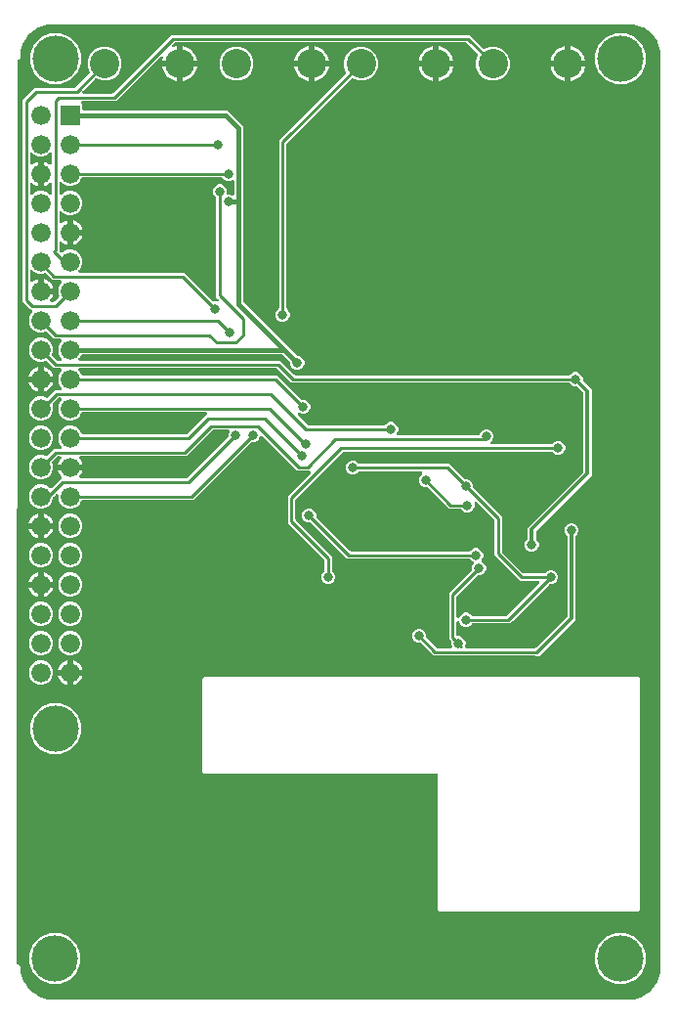
<source format=gbr>
G04 EAGLE Gerber RS-274X export*
G75*
%MOMM*%
%FSLAX34Y34*%
%LPD*%
%INBottom Copper*%
%IPPOS*%
%AMOC8*
5,1,8,0,0,1.08239X$1,22.5*%
G01*
%ADD10C,2.540000*%
%ADD11R,1.676400X1.676400*%
%ADD12C,1.676400*%
%ADD13C,4.016000*%
%ADD14C,0.800100*%
%ADD15C,0.304800*%
%ADD16C,0.254000*%
%ADD17C,0.406400*%

G36*
X529612Y2543D02*
X529612Y2543D01*
X529690Y2545D01*
X533862Y2873D01*
X533929Y2887D01*
X533998Y2891D01*
X534154Y2931D01*
X542090Y5510D01*
X542197Y5560D01*
X542308Y5604D01*
X542359Y5636D01*
X542378Y5645D01*
X542394Y5658D01*
X542444Y5690D01*
X549195Y10595D01*
X549281Y10676D01*
X549373Y10751D01*
X549412Y10798D01*
X549426Y10812D01*
X549437Y10829D01*
X549475Y10875D01*
X554380Y17626D01*
X554437Y17730D01*
X554501Y17830D01*
X554523Y17887D01*
X554533Y17905D01*
X554538Y17924D01*
X554560Y17980D01*
X557139Y25916D01*
X557152Y25984D01*
X557174Y26049D01*
X557197Y26208D01*
X557525Y30380D01*
X557525Y30383D01*
X557525Y30384D01*
X557524Y30402D01*
X557529Y30480D01*
X557529Y819150D01*
X557527Y819172D01*
X557525Y819250D01*
X557197Y823422D01*
X557183Y823489D01*
X557179Y823558D01*
X557139Y823714D01*
X554560Y831650D01*
X554510Y831757D01*
X554466Y831868D01*
X554434Y831919D01*
X554425Y831938D01*
X554412Y831954D01*
X554380Y832004D01*
X549475Y838755D01*
X549394Y838841D01*
X549319Y838933D01*
X549272Y838972D01*
X549258Y838986D01*
X549241Y838997D01*
X549195Y839035D01*
X542444Y843940D01*
X542340Y843997D01*
X542240Y844061D01*
X542183Y844083D01*
X542165Y844093D01*
X542146Y844098D01*
X542090Y844120D01*
X534154Y846699D01*
X534086Y846712D01*
X534021Y846734D01*
X533862Y846757D01*
X529690Y847085D01*
X529668Y847084D01*
X529590Y847089D01*
X30480Y847089D01*
X30458Y847087D01*
X30380Y847085D01*
X26208Y846757D01*
X26141Y846743D01*
X26072Y846739D01*
X25916Y846699D01*
X17980Y844120D01*
X17873Y844070D01*
X17762Y844026D01*
X17711Y843994D01*
X17692Y843985D01*
X17676Y843972D01*
X17626Y843940D01*
X10875Y839035D01*
X10789Y838954D01*
X10697Y838879D01*
X10658Y838832D01*
X10644Y838818D01*
X10633Y838801D01*
X10595Y838755D01*
X5690Y832004D01*
X5633Y831900D01*
X5569Y831800D01*
X5547Y831743D01*
X5537Y831725D01*
X5532Y831706D01*
X5510Y831650D01*
X2931Y823714D01*
X2918Y823647D01*
X2896Y823581D01*
X2873Y823422D01*
X2545Y819250D01*
X2546Y819228D01*
X2541Y819150D01*
X2541Y818098D01*
X1033Y816590D01*
X986Y816587D01*
X946Y816575D01*
X905Y816569D01*
X795Y816526D01*
X683Y816490D01*
X648Y816468D01*
X609Y816452D01*
X514Y816383D01*
X414Y816320D01*
X386Y816290D01*
X352Y816266D01*
X277Y816174D01*
X196Y816089D01*
X176Y816052D01*
X149Y816021D01*
X99Y815914D01*
X42Y815810D01*
X31Y815770D01*
X14Y815733D01*
X-9Y815617D01*
X-38Y815503D01*
X-42Y815441D01*
X-46Y815421D01*
X-45Y815400D01*
X-49Y815342D01*
X-1218Y34292D01*
X-1203Y34173D01*
X-1196Y34053D01*
X-1183Y34016D01*
X-1179Y33976D01*
X-1135Y33865D01*
X-1098Y33751D01*
X-1076Y33717D01*
X-1062Y33680D01*
X-992Y33583D01*
X-927Y33482D01*
X-899Y33455D01*
X-876Y33423D01*
X-783Y33346D01*
X-696Y33264D01*
X-661Y33245D01*
X-631Y33220D01*
X-522Y33168D01*
X-417Y33110D01*
X-379Y33101D01*
X-343Y33084D01*
X-225Y33061D01*
X-109Y33031D01*
X-51Y33027D01*
X-31Y33023D01*
X-11Y33025D01*
X51Y33021D01*
X1052Y33021D01*
X2541Y31532D01*
X2541Y30480D01*
X2543Y30458D01*
X2545Y30380D01*
X2873Y26208D01*
X2887Y26141D01*
X2891Y26072D01*
X2931Y25916D01*
X5510Y17980D01*
X5560Y17873D01*
X5604Y17762D01*
X5636Y17711D01*
X5645Y17692D01*
X5658Y17676D01*
X5690Y17626D01*
X10595Y10875D01*
X10676Y10789D01*
X10751Y10697D01*
X10798Y10658D01*
X10812Y10644D01*
X10829Y10633D01*
X10875Y10595D01*
X17626Y5690D01*
X17730Y5633D01*
X17830Y5569D01*
X17887Y5547D01*
X17905Y5537D01*
X17924Y5532D01*
X17980Y5510D01*
X25916Y2931D01*
X25983Y2918D01*
X26049Y2896D01*
X26208Y2873D01*
X30380Y2545D01*
X30402Y2546D01*
X30480Y2541D01*
X529590Y2541D01*
X529612Y2543D01*
G37*
%LPC*%
G36*
X268040Y362267D02*
X268040Y362267D01*
X265822Y363185D01*
X264125Y364882D01*
X263207Y367100D01*
X263207Y369500D01*
X264125Y371718D01*
X265566Y373158D01*
X265626Y373236D01*
X265694Y373308D01*
X265723Y373361D01*
X265760Y373409D01*
X265800Y373500D01*
X265848Y373587D01*
X265863Y373645D01*
X265887Y373701D01*
X265902Y373799D01*
X265927Y373895D01*
X265933Y373995D01*
X265937Y374015D01*
X265935Y374027D01*
X265937Y374055D01*
X265937Y382916D01*
X265925Y383014D01*
X265922Y383113D01*
X265905Y383172D01*
X265897Y383232D01*
X265861Y383324D01*
X265833Y383419D01*
X265803Y383471D01*
X265780Y383527D01*
X265722Y383607D01*
X265672Y383693D01*
X265606Y383768D01*
X265594Y383785D01*
X265584Y383793D01*
X265566Y383814D01*
X234187Y415192D01*
X234187Y438248D01*
X236494Y440554D01*
X254020Y458081D01*
X254105Y458190D01*
X254194Y458297D01*
X254202Y458316D01*
X254215Y458332D01*
X254270Y458460D01*
X254329Y458585D01*
X254333Y458605D01*
X254341Y458624D01*
X254363Y458762D01*
X254389Y458898D01*
X254388Y458918D01*
X254391Y458938D01*
X254378Y459077D01*
X254369Y459215D01*
X254363Y459234D01*
X254361Y459254D01*
X254314Y459386D01*
X254271Y459517D01*
X254260Y459535D01*
X254253Y459554D01*
X254175Y459669D01*
X254101Y459786D01*
X254086Y459800D01*
X254075Y459817D01*
X253971Y459909D01*
X253869Y460004D01*
X253852Y460014D01*
X253836Y460027D01*
X253713Y460090D01*
X253591Y460158D01*
X253571Y460163D01*
X253553Y460172D01*
X253417Y460202D01*
X253283Y460237D01*
X253255Y460239D01*
X253243Y460242D01*
X253222Y460241D01*
X253122Y460247D01*
X242472Y460247D01*
X240166Y462553D01*
X240166Y462554D01*
X212411Y490309D01*
X212371Y490339D01*
X212338Y490376D01*
X212246Y490436D01*
X212159Y490504D01*
X212114Y490523D01*
X212072Y490551D01*
X211968Y490586D01*
X211867Y490630D01*
X211818Y490638D01*
X211771Y490654D01*
X211662Y490663D01*
X211553Y490680D01*
X211504Y490675D01*
X211454Y490679D01*
X211346Y490660D01*
X211237Y490650D01*
X211190Y490633D01*
X211141Y490625D01*
X211041Y490580D01*
X210937Y490542D01*
X210896Y490514D01*
X210851Y490494D01*
X210765Y490426D01*
X210674Y490364D01*
X210641Y490326D01*
X210603Y490296D01*
X210537Y490208D01*
X210464Y490125D01*
X210441Y490081D01*
X210411Y490041D01*
X210340Y489897D01*
X209585Y488072D01*
X207888Y486375D01*
X205670Y485457D01*
X203633Y485457D01*
X203535Y485444D01*
X203436Y485441D01*
X203378Y485425D01*
X203318Y485417D01*
X203226Y485380D01*
X203131Y485353D01*
X203078Y485322D01*
X203022Y485300D01*
X202942Y485242D01*
X202857Y485191D01*
X202781Y485125D01*
X202765Y485113D01*
X202757Y485104D01*
X202736Y485085D01*
X152498Y434847D01*
X56403Y434847D01*
X56374Y434844D01*
X56344Y434846D01*
X56216Y434824D01*
X56087Y434807D01*
X56060Y434797D01*
X56031Y434792D01*
X55912Y434738D01*
X55792Y434690D01*
X55768Y434673D01*
X55741Y434661D01*
X55639Y434580D01*
X55534Y434504D01*
X55515Y434481D01*
X55492Y434462D01*
X55414Y434359D01*
X55331Y434259D01*
X55319Y434232D01*
X55301Y434208D01*
X55230Y434064D01*
X54479Y432251D01*
X51549Y429321D01*
X47722Y427735D01*
X43578Y427735D01*
X39751Y429321D01*
X36821Y432251D01*
X35235Y436078D01*
X35235Y438980D01*
X35218Y439118D01*
X35205Y439257D01*
X35198Y439276D01*
X35195Y439296D01*
X35144Y439425D01*
X35097Y439556D01*
X35086Y439573D01*
X35078Y439591D01*
X34997Y439704D01*
X34919Y439819D01*
X34903Y439832D01*
X34892Y439849D01*
X34784Y439938D01*
X34680Y440030D01*
X34662Y440039D01*
X34647Y440052D01*
X34521Y440111D01*
X34397Y440174D01*
X34377Y440179D01*
X34359Y440187D01*
X34223Y440213D01*
X34087Y440244D01*
X34066Y440243D01*
X34047Y440247D01*
X33908Y440238D01*
X33769Y440234D01*
X33749Y440228D01*
X33729Y440227D01*
X33597Y440184D01*
X33463Y440146D01*
X33446Y440135D01*
X33427Y440129D01*
X33309Y440055D01*
X33189Y439984D01*
X33168Y439966D01*
X33158Y439959D01*
X33144Y439944D01*
X33069Y439878D01*
X31036Y437846D01*
X30976Y437767D01*
X30908Y437695D01*
X30879Y437642D01*
X30842Y437594D01*
X30802Y437503D01*
X30754Y437417D01*
X30739Y437358D01*
X30715Y437303D01*
X30700Y437205D01*
X30675Y437109D01*
X30669Y437009D01*
X30665Y436989D01*
X30667Y436976D01*
X30665Y436948D01*
X30665Y436078D01*
X29079Y432251D01*
X26149Y429321D01*
X22322Y427735D01*
X18178Y427735D01*
X14351Y429321D01*
X11421Y432251D01*
X9835Y436078D01*
X9835Y440222D01*
X11421Y444049D01*
X14351Y446979D01*
X18178Y448565D01*
X22322Y448565D01*
X26149Y446979D01*
X27591Y445537D01*
X27686Y445464D01*
X27775Y445385D01*
X27811Y445367D01*
X27843Y445342D01*
X27952Y445295D01*
X28058Y445241D01*
X28097Y445232D01*
X28135Y445216D01*
X28252Y445197D01*
X28368Y445171D01*
X28409Y445172D01*
X28449Y445166D01*
X28567Y445177D01*
X28686Y445181D01*
X28725Y445192D01*
X28765Y445196D01*
X28877Y445236D01*
X28992Y445269D01*
X29026Y445290D01*
X29065Y445303D01*
X29163Y445370D01*
X29266Y445431D01*
X29311Y445471D01*
X29328Y445482D01*
X29341Y445497D01*
X29386Y445537D01*
X37904Y454054D01*
X37977Y454149D01*
X38055Y454238D01*
X38074Y454274D01*
X38099Y454306D01*
X38146Y454415D01*
X38200Y454521D01*
X38209Y454560D01*
X38225Y454597D01*
X38244Y454715D01*
X38270Y454831D01*
X38268Y454872D01*
X38275Y454912D01*
X38264Y455030D01*
X38260Y455149D01*
X38249Y455188D01*
X38245Y455228D01*
X38205Y455340D01*
X38172Y455455D01*
X38151Y455489D01*
X38137Y455527D01*
X38070Y455626D01*
X38010Y455729D01*
X37970Y455774D01*
X37959Y455791D01*
X37943Y455804D01*
X37904Y455849D01*
X37319Y456434D01*
X36308Y457825D01*
X35527Y459357D01*
X34996Y460992D01*
X34987Y461051D01*
X44420Y461051D01*
X44538Y461066D01*
X44657Y461073D01*
X44695Y461085D01*
X44735Y461091D01*
X44846Y461134D01*
X44959Y461171D01*
X44993Y461193D01*
X45031Y461208D01*
X45127Y461277D01*
X45228Y461341D01*
X45256Y461371D01*
X45288Y461394D01*
X45364Y461486D01*
X45446Y461573D01*
X45465Y461608D01*
X45491Y461639D01*
X45542Y461747D01*
X45599Y461851D01*
X45609Y461891D01*
X45627Y461927D01*
X45647Y462034D01*
X45651Y462004D01*
X45695Y461894D01*
X45731Y461781D01*
X45753Y461746D01*
X45768Y461709D01*
X45838Y461612D01*
X45901Y461512D01*
X45931Y461484D01*
X45955Y461451D01*
X46046Y461375D01*
X46133Y461294D01*
X46168Y461274D01*
X46200Y461249D01*
X46307Y461198D01*
X46412Y461140D01*
X46451Y461130D01*
X46487Y461113D01*
X46604Y461091D01*
X46720Y461061D01*
X46780Y461057D01*
X46800Y461053D01*
X46820Y461055D01*
X46880Y461051D01*
X56313Y461051D01*
X56304Y460992D01*
X55773Y459357D01*
X54992Y457825D01*
X53981Y456434D01*
X53867Y456320D01*
X53782Y456210D01*
X53693Y456103D01*
X53684Y456084D01*
X53672Y456068D01*
X53616Y455940D01*
X53557Y455815D01*
X53553Y455795D01*
X53545Y455776D01*
X53523Y455639D01*
X53497Y455502D01*
X53499Y455482D01*
X53495Y455462D01*
X53508Y455324D01*
X53517Y455185D01*
X53523Y455166D01*
X53525Y455146D01*
X53572Y455015D01*
X53615Y454883D01*
X53626Y454865D01*
X53633Y454846D01*
X53711Y454732D01*
X53785Y454614D01*
X53800Y454600D01*
X53811Y454583D01*
X53916Y454491D01*
X54017Y454396D01*
X54035Y454386D01*
X54050Y454373D01*
X54174Y454309D01*
X54295Y454242D01*
X54315Y454237D01*
X54333Y454228D01*
X54469Y454198D01*
X54603Y454163D01*
X54631Y454161D01*
X54643Y454158D01*
X54664Y454159D01*
X54764Y454153D01*
X146696Y454153D01*
X146794Y454165D01*
X146893Y454168D01*
X146952Y454185D01*
X147012Y454193D01*
X147104Y454229D01*
X147199Y454257D01*
X147251Y454287D01*
X147307Y454310D01*
X147387Y454368D01*
X147473Y454418D01*
X147548Y454484D01*
X147565Y454496D01*
X147573Y454506D01*
X147594Y454524D01*
X182825Y489756D01*
X182886Y489834D01*
X182954Y489906D01*
X182983Y489959D01*
X183020Y490007D01*
X183059Y490098D01*
X183107Y490185D01*
X183122Y490243D01*
X183146Y490299D01*
X183162Y490397D01*
X183187Y490493D01*
X183193Y490593D01*
X183196Y490613D01*
X183195Y490625D01*
X183197Y490653D01*
X183197Y492690D01*
X183761Y494052D01*
X183774Y494100D01*
X183795Y494145D01*
X183816Y494253D01*
X183845Y494359D01*
X183846Y494409D01*
X183855Y494458D01*
X183848Y494567D01*
X183850Y494677D01*
X183838Y494725D01*
X183835Y494775D01*
X183802Y494879D01*
X183776Y494986D01*
X183753Y495030D01*
X183737Y495077D01*
X183679Y495170D01*
X183627Y495267D01*
X183594Y495304D01*
X183567Y495346D01*
X183487Y495421D01*
X183413Y495503D01*
X183372Y495530D01*
X183336Y495564D01*
X183239Y495617D01*
X183148Y495677D01*
X183100Y495694D01*
X183057Y495718D01*
X182951Y495745D01*
X182847Y495781D01*
X182797Y495785D01*
X182749Y495797D01*
X182588Y495807D01*
X169534Y495807D01*
X169436Y495795D01*
X169337Y495792D01*
X169278Y495775D01*
X169218Y495767D01*
X169126Y495731D01*
X169031Y495703D01*
X168979Y495673D01*
X168923Y495650D01*
X168843Y495592D01*
X168757Y495542D01*
X168682Y495476D01*
X168665Y495464D01*
X168657Y495454D01*
X168636Y495436D01*
X146148Y472947D01*
X54764Y472947D01*
X54626Y472930D01*
X54488Y472917D01*
X54469Y472910D01*
X54448Y472907D01*
X54319Y472856D01*
X54188Y472809D01*
X54172Y472798D01*
X54153Y472790D01*
X54040Y472709D01*
X53925Y472631D01*
X53912Y472615D01*
X53895Y472604D01*
X53807Y472496D01*
X53715Y472392D01*
X53706Y472374D01*
X53693Y472359D01*
X53633Y472233D01*
X53570Y472109D01*
X53566Y472089D01*
X53557Y472071D01*
X53531Y471934D01*
X53501Y471799D01*
X53501Y471778D01*
X53497Y471759D01*
X53506Y471620D01*
X53510Y471481D01*
X53516Y471461D01*
X53517Y471441D01*
X53560Y471309D01*
X53599Y471175D01*
X53609Y471158D01*
X53615Y471139D01*
X53690Y471021D01*
X53760Y470901D01*
X53779Y470880D01*
X53785Y470870D01*
X53800Y470856D01*
X53867Y470780D01*
X53981Y470666D01*
X54992Y469275D01*
X55773Y467743D01*
X56304Y466108D01*
X56313Y466049D01*
X46880Y466049D01*
X46762Y466034D01*
X46643Y466027D01*
X46605Y466014D01*
X46565Y466009D01*
X46454Y465966D01*
X46341Y465929D01*
X46307Y465907D01*
X46269Y465892D01*
X46173Y465823D01*
X46072Y465759D01*
X46044Y465729D01*
X46012Y465706D01*
X45936Y465614D01*
X45854Y465527D01*
X45835Y465492D01*
X45809Y465461D01*
X45758Y465353D01*
X45701Y465249D01*
X45691Y465209D01*
X45673Y465173D01*
X45653Y465066D01*
X45649Y465096D01*
X45605Y465206D01*
X45569Y465319D01*
X45547Y465354D01*
X45532Y465391D01*
X45462Y465487D01*
X45399Y465588D01*
X45369Y465616D01*
X45345Y465649D01*
X45254Y465725D01*
X45167Y465806D01*
X45132Y465826D01*
X45100Y465851D01*
X44993Y465902D01*
X44888Y465960D01*
X44849Y465970D01*
X44813Y465987D01*
X44696Y466009D01*
X44580Y466039D01*
X44520Y466043D01*
X44500Y466047D01*
X44480Y466045D01*
X44420Y466049D01*
X34987Y466049D01*
X34996Y466108D01*
X35527Y467743D01*
X36308Y469275D01*
X37319Y470666D01*
X37433Y470780D01*
X37518Y470890D01*
X37607Y470997D01*
X37616Y471016D01*
X37628Y471032D01*
X37684Y471160D01*
X37743Y471285D01*
X37747Y471305D01*
X37755Y471324D01*
X37777Y471461D01*
X37803Y471598D01*
X37801Y471618D01*
X37805Y471638D01*
X37792Y471776D01*
X37783Y471915D01*
X37777Y471934D01*
X37775Y471954D01*
X37728Y472085D01*
X37685Y472217D01*
X37674Y472235D01*
X37667Y472254D01*
X37589Y472368D01*
X37515Y472486D01*
X37500Y472500D01*
X37489Y472517D01*
X37384Y472609D01*
X37283Y472704D01*
X37265Y472714D01*
X37250Y472727D01*
X37127Y472790D01*
X37005Y472858D01*
X36985Y472863D01*
X36967Y472872D01*
X36831Y472902D01*
X36697Y472937D01*
X36669Y472939D01*
X36657Y472942D01*
X36636Y472941D01*
X36536Y472947D01*
X34844Y472947D01*
X34746Y472935D01*
X34647Y472932D01*
X34588Y472915D01*
X34528Y472907D01*
X34436Y472871D01*
X34341Y472843D01*
X34289Y472813D01*
X34233Y472790D01*
X34153Y472732D01*
X34067Y472682D01*
X33992Y472616D01*
X33975Y472604D01*
X33967Y472594D01*
X33946Y472576D01*
X30189Y468818D01*
X30171Y468795D01*
X30148Y468776D01*
X30074Y468670D01*
X29994Y468567D01*
X29982Y468540D01*
X29965Y468516D01*
X29919Y468394D01*
X29868Y468275D01*
X29863Y468246D01*
X29852Y468218D01*
X29838Y468089D01*
X29818Y467961D01*
X29820Y467931D01*
X29817Y467902D01*
X29835Y467774D01*
X29847Y467644D01*
X29857Y467616D01*
X29862Y467587D01*
X29914Y467435D01*
X30665Y465622D01*
X30665Y461478D01*
X29079Y457651D01*
X26149Y454721D01*
X22322Y453135D01*
X18178Y453135D01*
X14351Y454721D01*
X11421Y457651D01*
X9835Y461478D01*
X9835Y465622D01*
X11421Y469449D01*
X14351Y472379D01*
X18178Y473965D01*
X22322Y473965D01*
X24135Y473214D01*
X24163Y473206D01*
X24190Y473192D01*
X24316Y473164D01*
X24442Y473130D01*
X24471Y473129D01*
X24500Y473123D01*
X24630Y473127D01*
X24760Y473125D01*
X24788Y473132D01*
X24818Y473132D01*
X24942Y473169D01*
X25069Y473199D01*
X25095Y473213D01*
X25123Y473221D01*
X25235Y473287D01*
X25350Y473348D01*
X25372Y473367D01*
X25397Y473382D01*
X25518Y473489D01*
X29276Y477246D01*
X31582Y479553D01*
X37254Y479553D01*
X37392Y479570D01*
X37531Y479583D01*
X37550Y479590D01*
X37570Y479593D01*
X37699Y479644D01*
X37830Y479691D01*
X37847Y479702D01*
X37866Y479710D01*
X37978Y479791D01*
X38093Y479869D01*
X38107Y479885D01*
X38123Y479896D01*
X38212Y480004D01*
X38304Y480108D01*
X38313Y480126D01*
X38326Y480141D01*
X38385Y480267D01*
X38448Y480391D01*
X38453Y480411D01*
X38461Y480429D01*
X38487Y480566D01*
X38518Y480701D01*
X38517Y480722D01*
X38521Y480741D01*
X38512Y480880D01*
X38508Y481019D01*
X38503Y481039D01*
X38501Y481059D01*
X38459Y481191D01*
X38420Y481325D01*
X38410Y481342D01*
X38403Y481361D01*
X38329Y481479D01*
X38258Y481599D01*
X38240Y481620D01*
X38233Y481630D01*
X38218Y481644D01*
X38152Y481719D01*
X36821Y483051D01*
X35235Y486878D01*
X35235Y491022D01*
X36821Y494849D01*
X39751Y497779D01*
X43578Y499365D01*
X47722Y499365D01*
X51549Y497779D01*
X54479Y494849D01*
X55230Y493036D01*
X55245Y493011D01*
X55254Y492983D01*
X55323Y492873D01*
X55388Y492760D01*
X55408Y492739D01*
X55424Y492714D01*
X55519Y492625D01*
X55609Y492532D01*
X55634Y492516D01*
X55656Y492496D01*
X55770Y492433D01*
X55880Y492365D01*
X55908Y492357D01*
X55934Y492342D01*
X56060Y492310D01*
X56184Y492272D01*
X56214Y492270D01*
X56242Y492263D01*
X56403Y492253D01*
X146696Y492253D01*
X146794Y492265D01*
X146893Y492268D01*
X146952Y492285D01*
X147012Y492293D01*
X147104Y492329D01*
X147199Y492357D01*
X147251Y492387D01*
X147307Y492410D01*
X147387Y492468D01*
X147473Y492518D01*
X147548Y492584D01*
X147565Y492596D01*
X147573Y492606D01*
X147594Y492624D01*
X163850Y508881D01*
X163935Y508990D01*
X164024Y509097D01*
X164032Y509116D01*
X164045Y509132D01*
X164100Y509260D01*
X164159Y509385D01*
X164163Y509405D01*
X164171Y509424D01*
X164193Y509562D01*
X164219Y509698D01*
X164218Y509718D01*
X164221Y509738D01*
X164208Y509877D01*
X164199Y510015D01*
X164193Y510034D01*
X164191Y510054D01*
X164144Y510186D01*
X164101Y510317D01*
X164090Y510335D01*
X164083Y510354D01*
X164005Y510469D01*
X163931Y510586D01*
X163916Y510600D01*
X163905Y510617D01*
X163801Y510709D01*
X163699Y510804D01*
X163682Y510814D01*
X163666Y510827D01*
X163543Y510890D01*
X163421Y510958D01*
X163401Y510963D01*
X163383Y510972D01*
X163247Y511002D01*
X163113Y511037D01*
X163085Y511039D01*
X163073Y511042D01*
X163052Y511041D01*
X162952Y511047D01*
X56403Y511047D01*
X56374Y511044D01*
X56344Y511046D01*
X56216Y511024D01*
X56087Y511007D01*
X56060Y510997D01*
X56031Y510992D01*
X55912Y510938D01*
X55792Y510890D01*
X55768Y510873D01*
X55741Y510861D01*
X55639Y510780D01*
X55534Y510704D01*
X55515Y510681D01*
X55492Y510662D01*
X55414Y510559D01*
X55331Y510459D01*
X55319Y510432D01*
X55301Y510408D01*
X55230Y510264D01*
X54479Y508451D01*
X51549Y505521D01*
X47722Y503935D01*
X43578Y503935D01*
X39751Y505521D01*
X36821Y508451D01*
X35235Y512278D01*
X35235Y516422D01*
X36821Y520249D01*
X38152Y521581D01*
X38237Y521690D01*
X38326Y521797D01*
X38334Y521816D01*
X38347Y521832D01*
X38402Y521959D01*
X38461Y522085D01*
X38465Y522105D01*
X38473Y522124D01*
X38495Y522262D01*
X38521Y522398D01*
X38520Y522418D01*
X38523Y522438D01*
X38510Y522577D01*
X38501Y522715D01*
X38495Y522734D01*
X38493Y522754D01*
X38446Y522886D01*
X38403Y523017D01*
X38392Y523035D01*
X38386Y523054D01*
X38308Y523169D01*
X38233Y523286D01*
X38218Y523300D01*
X38207Y523317D01*
X38103Y523409D01*
X38002Y523504D01*
X37984Y523514D01*
X37969Y523527D01*
X37844Y523591D01*
X37723Y523658D01*
X37703Y523663D01*
X37685Y523672D01*
X37550Y523702D01*
X37415Y523737D01*
X37387Y523739D01*
X37375Y523742D01*
X37355Y523741D01*
X37254Y523747D01*
X36184Y523747D01*
X36086Y523735D01*
X35987Y523732D01*
X35928Y523715D01*
X35868Y523707D01*
X35776Y523671D01*
X35681Y523643D01*
X35629Y523613D01*
X35573Y523590D01*
X35492Y523532D01*
X35407Y523482D01*
X35332Y523416D01*
X35315Y523404D01*
X35307Y523394D01*
X35286Y523376D01*
X30581Y518671D01*
X30563Y518647D01*
X30541Y518628D01*
X30466Y518522D01*
X30386Y518419D01*
X30375Y518392D01*
X30358Y518368D01*
X30312Y518247D01*
X30260Y518127D01*
X30255Y518098D01*
X30245Y518071D01*
X30231Y517942D01*
X30210Y517813D01*
X30213Y517784D01*
X30210Y517755D01*
X30228Y517626D01*
X30240Y517497D01*
X30250Y517469D01*
X30254Y517440D01*
X30306Y517287D01*
X30665Y516422D01*
X30665Y512278D01*
X29079Y508451D01*
X26149Y505521D01*
X22322Y503935D01*
X18178Y503935D01*
X14351Y505521D01*
X11421Y508451D01*
X9835Y512278D01*
X9835Y516422D01*
X11421Y520249D01*
X14351Y523179D01*
X18178Y524765D01*
X22322Y524765D01*
X25082Y523621D01*
X25111Y523613D01*
X25137Y523600D01*
X25264Y523572D01*
X25389Y523537D01*
X25419Y523537D01*
X25447Y523530D01*
X25577Y523534D01*
X25707Y523532D01*
X25736Y523539D01*
X25765Y523540D01*
X25890Y523576D01*
X26016Y523606D01*
X26043Y523620D01*
X26071Y523628D01*
X26182Y523694D01*
X26297Y523755D01*
X26319Y523775D01*
X26345Y523790D01*
X26466Y523896D01*
X32922Y530353D01*
X37254Y530353D01*
X37392Y530370D01*
X37531Y530383D01*
X37550Y530390D01*
X37570Y530393D01*
X37699Y530444D01*
X37830Y530491D01*
X37847Y530502D01*
X37866Y530510D01*
X37978Y530591D01*
X38093Y530669D01*
X38107Y530685D01*
X38123Y530696D01*
X38212Y530804D01*
X38304Y530908D01*
X38313Y530926D01*
X38326Y530941D01*
X38385Y531067D01*
X38448Y531191D01*
X38453Y531211D01*
X38461Y531229D01*
X38487Y531366D01*
X38518Y531501D01*
X38517Y531522D01*
X38521Y531541D01*
X38512Y531680D01*
X38508Y531819D01*
X38503Y531839D01*
X38501Y531859D01*
X38459Y531991D01*
X38420Y532125D01*
X38410Y532142D01*
X38403Y532161D01*
X38329Y532279D01*
X38258Y532399D01*
X38240Y532420D01*
X38233Y532430D01*
X38218Y532444D01*
X38152Y532519D01*
X36821Y533851D01*
X35235Y537678D01*
X35235Y541822D01*
X36821Y545649D01*
X38152Y546981D01*
X38237Y547090D01*
X38326Y547197D01*
X38334Y547216D01*
X38347Y547232D01*
X38402Y547359D01*
X38461Y547485D01*
X38465Y547505D01*
X38473Y547524D01*
X38495Y547662D01*
X38521Y547798D01*
X38520Y547818D01*
X38523Y547838D01*
X38510Y547977D01*
X38501Y548115D01*
X38495Y548134D01*
X38493Y548154D01*
X38446Y548286D01*
X38403Y548417D01*
X38392Y548435D01*
X38386Y548454D01*
X38308Y548569D01*
X38233Y548686D01*
X38218Y548700D01*
X38207Y548717D01*
X38103Y548809D01*
X38002Y548904D01*
X37984Y548914D01*
X37969Y548927D01*
X37844Y548991D01*
X37723Y549058D01*
X37703Y549063D01*
X37685Y549072D01*
X37550Y549102D01*
X37415Y549137D01*
X37387Y549139D01*
X37375Y549142D01*
X37355Y549141D01*
X37254Y549147D01*
X31582Y549147D01*
X29276Y551454D01*
X25518Y555211D01*
X25495Y555229D01*
X25476Y555252D01*
X25370Y555326D01*
X25267Y555406D01*
X25240Y555418D01*
X25216Y555435D01*
X25094Y555481D01*
X24975Y555532D01*
X24946Y555537D01*
X24918Y555548D01*
X24789Y555562D01*
X24661Y555582D01*
X24631Y555580D01*
X24602Y555583D01*
X24474Y555565D01*
X24344Y555553D01*
X24316Y555543D01*
X24287Y555538D01*
X24135Y555486D01*
X22322Y554735D01*
X18178Y554735D01*
X14351Y556321D01*
X11421Y559251D01*
X9835Y563078D01*
X9835Y567222D01*
X11421Y571049D01*
X14351Y573979D01*
X18178Y575565D01*
X22322Y575565D01*
X26149Y573979D01*
X29079Y571049D01*
X30665Y567222D01*
X30665Y563078D01*
X29914Y561265D01*
X29906Y561237D01*
X29892Y561210D01*
X29864Y561083D01*
X29830Y560958D01*
X29829Y560929D01*
X29823Y560900D01*
X29827Y560770D01*
X29825Y560640D01*
X29832Y560612D01*
X29832Y560582D01*
X29869Y560458D01*
X29899Y560331D01*
X29913Y560305D01*
X29921Y560277D01*
X29987Y560165D01*
X30048Y560050D01*
X30067Y560028D01*
X30082Y560003D01*
X30189Y559882D01*
X33946Y556124D01*
X34025Y556064D01*
X34097Y555996D01*
X34150Y555967D01*
X34198Y555930D01*
X34289Y555890D01*
X34375Y555842D01*
X34434Y555827D01*
X34489Y555803D01*
X34587Y555788D01*
X34683Y555763D01*
X34783Y555757D01*
X34804Y555753D01*
X34816Y555755D01*
X34844Y555753D01*
X37254Y555753D01*
X37392Y555770D01*
X37531Y555783D01*
X37550Y555790D01*
X37570Y555793D01*
X37699Y555844D01*
X37830Y555891D01*
X37847Y555902D01*
X37866Y555910D01*
X37978Y555991D01*
X38093Y556069D01*
X38107Y556085D01*
X38123Y556096D01*
X38212Y556204D01*
X38304Y556308D01*
X38313Y556326D01*
X38326Y556341D01*
X38385Y556467D01*
X38448Y556591D01*
X38453Y556611D01*
X38461Y556629D01*
X38487Y556766D01*
X38518Y556901D01*
X38517Y556922D01*
X38521Y556941D01*
X38512Y557080D01*
X38508Y557219D01*
X38503Y557239D01*
X38501Y557259D01*
X38459Y557391D01*
X38420Y557525D01*
X38410Y557542D01*
X38403Y557561D01*
X38329Y557679D01*
X38258Y557799D01*
X38240Y557820D01*
X38233Y557830D01*
X38218Y557844D01*
X38152Y557919D01*
X36821Y559251D01*
X35235Y563078D01*
X35235Y567222D01*
X36821Y571049D01*
X38152Y572381D01*
X38237Y572490D01*
X38326Y572597D01*
X38334Y572616D01*
X38347Y572632D01*
X38402Y572759D01*
X38461Y572885D01*
X38465Y572905D01*
X38473Y572924D01*
X38495Y573062D01*
X38521Y573198D01*
X38520Y573218D01*
X38523Y573238D01*
X38510Y573377D01*
X38501Y573515D01*
X38495Y573534D01*
X38493Y573554D01*
X38446Y573686D01*
X38403Y573817D01*
X38392Y573835D01*
X38386Y573854D01*
X38308Y573969D01*
X38233Y574086D01*
X38218Y574100D01*
X38207Y574117D01*
X38103Y574209D01*
X38002Y574304D01*
X37984Y574314D01*
X37969Y574327D01*
X37844Y574391D01*
X37723Y574458D01*
X37703Y574463D01*
X37685Y574472D01*
X37550Y574502D01*
X37415Y574537D01*
X37387Y574539D01*
X37375Y574542D01*
X37355Y574541D01*
X37254Y574547D01*
X31582Y574547D01*
X29276Y576854D01*
X25518Y580611D01*
X25495Y580629D01*
X25476Y580652D01*
X25370Y580726D01*
X25267Y580806D01*
X25240Y580818D01*
X25216Y580835D01*
X25094Y580881D01*
X24975Y580932D01*
X24946Y580937D01*
X24918Y580948D01*
X24789Y580962D01*
X24661Y580982D01*
X24631Y580980D01*
X24602Y580983D01*
X24474Y580965D01*
X24344Y580953D01*
X24316Y580943D01*
X24287Y580938D01*
X24135Y580886D01*
X22322Y580135D01*
X18178Y580135D01*
X14351Y581721D01*
X11421Y584651D01*
X9835Y588478D01*
X9835Y592622D01*
X11421Y596449D01*
X12752Y597781D01*
X12837Y597890D01*
X12926Y597997D01*
X12934Y598016D01*
X12947Y598032D01*
X13002Y598159D01*
X13061Y598285D01*
X13065Y598305D01*
X13073Y598324D01*
X13095Y598462D01*
X13121Y598598D01*
X13120Y598618D01*
X13123Y598638D01*
X13110Y598777D01*
X13101Y598915D01*
X13095Y598934D01*
X13093Y598954D01*
X13046Y599086D01*
X13003Y599217D01*
X12992Y599235D01*
X12986Y599254D01*
X12908Y599369D01*
X12833Y599486D01*
X12818Y599500D01*
X12807Y599517D01*
X12703Y599609D01*
X12602Y599704D01*
X12584Y599714D01*
X12569Y599727D01*
X12444Y599791D01*
X12323Y599858D01*
X12303Y599863D01*
X12285Y599872D01*
X12150Y599902D01*
X12015Y599937D01*
X11987Y599939D01*
X11975Y599942D01*
X11955Y599941D01*
X11854Y599947D01*
X11332Y599947D01*
X4317Y606962D01*
X4317Y781148D01*
X15142Y791973D01*
X49426Y791973D01*
X49524Y791985D01*
X49623Y791988D01*
X49682Y792005D01*
X49742Y792013D01*
X49834Y792049D01*
X49929Y792077D01*
X49981Y792107D01*
X50037Y792130D01*
X50117Y792188D01*
X50203Y792238D01*
X50278Y792304D01*
X50295Y792316D01*
X50303Y792326D01*
X50324Y792344D01*
X62206Y804227D01*
X62224Y804250D01*
X62247Y804270D01*
X62322Y804376D01*
X62401Y804478D01*
X62413Y804506D01*
X62430Y804530D01*
X62476Y804651D01*
X62528Y804770D01*
X62532Y804799D01*
X62543Y804827D01*
X62557Y804956D01*
X62577Y805084D01*
X62575Y805114D01*
X62578Y805143D01*
X62560Y805272D01*
X62548Y805401D01*
X62538Y805429D01*
X62534Y805458D01*
X62481Y805610D01*
X60717Y809869D01*
X60717Y815731D01*
X62960Y821145D01*
X67105Y825290D01*
X72519Y827533D01*
X78381Y827533D01*
X83795Y825290D01*
X87940Y821145D01*
X90183Y815731D01*
X90183Y809869D01*
X87940Y804455D01*
X83795Y800310D01*
X78381Y798067D01*
X72519Y798067D01*
X68260Y799831D01*
X68232Y799839D01*
X68206Y799853D01*
X68079Y799881D01*
X67954Y799915D01*
X67924Y799916D01*
X67895Y799922D01*
X67765Y799918D01*
X67636Y799920D01*
X67607Y799914D01*
X67577Y799913D01*
X67453Y799877D01*
X67326Y799846D01*
X67300Y799832D01*
X67272Y799824D01*
X67160Y799758D01*
X67045Y799698D01*
X67023Y799678D01*
X66998Y799663D01*
X66877Y799556D01*
X56380Y789059D01*
X56295Y788950D01*
X56206Y788843D01*
X56198Y788824D01*
X56185Y788808D01*
X56130Y788680D01*
X56071Y788555D01*
X56067Y788535D01*
X56059Y788516D01*
X56037Y788378D01*
X56011Y788242D01*
X56012Y788222D01*
X56009Y788202D01*
X56022Y788063D01*
X56031Y787925D01*
X56037Y787906D01*
X56039Y787886D01*
X56086Y787754D01*
X56129Y787623D01*
X56140Y787605D01*
X56147Y787586D01*
X56225Y787471D01*
X56299Y787354D01*
X56314Y787340D01*
X56325Y787323D01*
X56429Y787231D01*
X56531Y787136D01*
X56548Y787126D01*
X56564Y787113D01*
X56687Y787049D01*
X56809Y786982D01*
X56829Y786977D01*
X56847Y786968D01*
X56983Y786938D01*
X57117Y786903D01*
X57145Y786901D01*
X57157Y786898D01*
X57178Y786899D01*
X57278Y786893D01*
X81926Y786893D01*
X82024Y786905D01*
X82123Y786908D01*
X82182Y786925D01*
X82242Y786933D01*
X82334Y786969D01*
X82429Y786997D01*
X82481Y787027D01*
X82537Y787050D01*
X82617Y787108D01*
X82703Y787158D01*
X82778Y787224D01*
X82795Y787236D01*
X82803Y787246D01*
X82824Y787264D01*
X133252Y837693D01*
X391778Y837693D01*
X403427Y826044D01*
X403450Y826026D01*
X403470Y826003D01*
X403576Y825928D01*
X403678Y825849D01*
X403705Y825837D01*
X403730Y825820D01*
X403851Y825774D01*
X403970Y825722D01*
X403999Y825718D01*
X404027Y825707D01*
X404156Y825693D01*
X404284Y825673D01*
X404314Y825675D01*
X404343Y825672D01*
X404472Y825690D01*
X404601Y825702D01*
X404629Y825712D01*
X404658Y825716D01*
X404810Y825769D01*
X409069Y827533D01*
X414931Y827533D01*
X420345Y825290D01*
X424490Y821145D01*
X426733Y815731D01*
X426733Y809869D01*
X424490Y804455D01*
X420345Y800310D01*
X414931Y798067D01*
X409069Y798067D01*
X403655Y800310D01*
X399510Y804455D01*
X397267Y809869D01*
X397267Y815731D01*
X399031Y819990D01*
X399039Y820018D01*
X399053Y820044D01*
X399081Y820171D01*
X399115Y820296D01*
X399116Y820326D01*
X399122Y820355D01*
X399118Y820485D01*
X399120Y820614D01*
X399114Y820643D01*
X399113Y820673D01*
X399077Y820797D01*
X399046Y820924D01*
X399032Y820950D01*
X399024Y820978D01*
X398958Y821090D01*
X398898Y821205D01*
X398878Y821227D01*
X398863Y821252D01*
X398756Y821373D01*
X389414Y830716D01*
X389335Y830776D01*
X389263Y830844D01*
X389210Y830873D01*
X389162Y830910D01*
X389071Y830950D01*
X388985Y830998D01*
X388926Y831013D01*
X388871Y831037D01*
X388773Y831052D01*
X388677Y831077D01*
X388577Y831083D01*
X388556Y831087D01*
X388544Y831085D01*
X388516Y831087D01*
X136514Y831087D01*
X136416Y831075D01*
X136317Y831072D01*
X136258Y831055D01*
X136198Y831047D01*
X136106Y831011D01*
X136011Y830983D01*
X135959Y830953D01*
X135903Y830930D01*
X135823Y830872D01*
X135737Y830822D01*
X135662Y830756D01*
X135645Y830744D01*
X135637Y830734D01*
X135616Y830716D01*
X134277Y829376D01*
X134188Y829261D01*
X134096Y829148D01*
X134090Y829136D01*
X134082Y829125D01*
X134024Y828991D01*
X133964Y828859D01*
X133961Y828846D01*
X133956Y828833D01*
X133933Y828688D01*
X133907Y828546D01*
X133908Y828533D01*
X133906Y828519D01*
X133920Y828373D01*
X133930Y828229D01*
X133935Y828216D01*
X133936Y828203D01*
X133985Y828066D01*
X134031Y827927D01*
X134039Y827916D01*
X134043Y827903D01*
X134125Y827783D01*
X134204Y827660D01*
X134214Y827651D01*
X134222Y827640D01*
X134331Y827544D01*
X134438Y827445D01*
X134450Y827439D01*
X134460Y827430D01*
X134590Y827363D01*
X134718Y827294D01*
X134732Y827291D01*
X134744Y827285D01*
X134886Y827253D01*
X135027Y827218D01*
X135041Y827218D01*
X135054Y827215D01*
X135200Y827220D01*
X135345Y827221D01*
X135363Y827225D01*
X135372Y827225D01*
X135388Y827230D01*
X135503Y827253D01*
X137470Y827780D01*
X137911Y827838D01*
X137911Y815339D01*
X125412Y815339D01*
X125470Y815780D01*
X125997Y817747D01*
X126017Y817891D01*
X126040Y818035D01*
X126038Y818049D01*
X126040Y818062D01*
X126024Y818207D01*
X126010Y818352D01*
X126005Y818364D01*
X126004Y818378D01*
X125952Y818514D01*
X125902Y818651D01*
X125895Y818662D01*
X125890Y818675D01*
X125806Y818793D01*
X125724Y818914D01*
X125714Y818923D01*
X125706Y818934D01*
X125595Y819028D01*
X125485Y819125D01*
X125473Y819131D01*
X125463Y819140D01*
X125332Y819203D01*
X125202Y819269D01*
X125189Y819272D01*
X125177Y819278D01*
X125034Y819307D01*
X124892Y819339D01*
X124878Y819338D01*
X124865Y819341D01*
X124720Y819334D01*
X124574Y819329D01*
X124561Y819325D01*
X124547Y819325D01*
X124408Y819281D01*
X124268Y819241D01*
X124257Y819234D01*
X124244Y819230D01*
X124120Y819153D01*
X123994Y819079D01*
X123981Y819067D01*
X123973Y819063D01*
X123962Y819050D01*
X123874Y818973D01*
X85188Y780287D01*
X56416Y780287D01*
X56278Y780270D01*
X56139Y780257D01*
X56120Y780250D01*
X56100Y780247D01*
X55971Y780196D01*
X55840Y780149D01*
X55823Y780138D01*
X55804Y780130D01*
X55692Y780049D01*
X55577Y779971D01*
X55564Y779955D01*
X55547Y779944D01*
X55458Y779836D01*
X55366Y779732D01*
X55357Y779714D01*
X55344Y779699D01*
X55285Y779573D01*
X55222Y779449D01*
X55217Y779429D01*
X55209Y779411D01*
X55183Y779274D01*
X55152Y779139D01*
X55153Y779118D01*
X55149Y779099D01*
X55158Y778960D01*
X55162Y778821D01*
X55167Y778801D01*
X55169Y778781D01*
X55211Y778649D01*
X55250Y778515D01*
X55261Y778498D01*
X55267Y778479D01*
X55341Y778361D01*
X55412Y778241D01*
X55430Y778220D01*
X55437Y778210D01*
X55452Y778196D01*
X55518Y778121D01*
X56065Y777574D01*
X56065Y773684D01*
X56080Y773566D01*
X56087Y773447D01*
X56100Y773409D01*
X56105Y773368D01*
X56148Y773258D01*
X56185Y773145D01*
X56207Y773110D01*
X56222Y773073D01*
X56291Y772977D01*
X56355Y772876D01*
X56385Y772848D01*
X56408Y772815D01*
X56500Y772739D01*
X56587Y772658D01*
X56622Y772638D01*
X56653Y772613D01*
X56761Y772562D01*
X56865Y772504D01*
X56905Y772494D01*
X56941Y772477D01*
X57058Y772455D01*
X57173Y772425D01*
X57233Y772421D01*
X57253Y772417D01*
X57274Y772419D01*
X57334Y772415D01*
X182024Y772415D01*
X195835Y758604D01*
X195835Y606729D01*
X195847Y606631D01*
X195850Y606532D01*
X195867Y606474D01*
X195875Y606414D01*
X195911Y606322D01*
X195939Y606227D01*
X195969Y606175D01*
X195992Y606118D01*
X196050Y606038D01*
X196100Y605953D01*
X196166Y605877D01*
X196178Y605861D01*
X196188Y605853D01*
X196206Y605832D01*
X241913Y560125D01*
X241992Y560064D01*
X242064Y559996D01*
X242117Y559967D01*
X242165Y559930D01*
X242256Y559891D01*
X242342Y559843D01*
X242401Y559828D01*
X242457Y559804D01*
X242555Y559788D01*
X242650Y559763D01*
X242750Y559757D01*
X242771Y559754D01*
X242783Y559755D01*
X242811Y559753D01*
X243770Y559753D01*
X245988Y558835D01*
X247685Y557138D01*
X248603Y554920D01*
X248603Y552520D01*
X247685Y550302D01*
X245988Y548605D01*
X243770Y547687D01*
X241370Y547687D01*
X239152Y548605D01*
X237455Y550302D01*
X236537Y552520D01*
X236537Y553479D01*
X236524Y553577D01*
X236521Y553676D01*
X236505Y553735D01*
X236497Y553795D01*
X236460Y553887D01*
X236433Y553982D01*
X236402Y554034D01*
X236380Y554090D01*
X236322Y554170D01*
X236271Y554256D01*
X236205Y554331D01*
X236193Y554348D01*
X236184Y554355D01*
X236165Y554377D01*
X229828Y560714D01*
X229750Y560774D01*
X229678Y560842D01*
X229625Y560871D01*
X229577Y560908D01*
X229486Y560948D01*
X229399Y560996D01*
X229341Y561011D01*
X229285Y561035D01*
X229187Y561050D01*
X229091Y561075D01*
X228991Y561081D01*
X228971Y561085D01*
X228959Y561083D01*
X228931Y561085D01*
X56087Y561085D01*
X56058Y561082D01*
X56029Y561084D01*
X55901Y561062D01*
X55772Y561045D01*
X55744Y561035D01*
X55715Y561030D01*
X55597Y560976D01*
X55476Y560928D01*
X55452Y560911D01*
X55425Y560899D01*
X55324Y560818D01*
X55219Y560742D01*
X55200Y560719D01*
X55177Y560700D01*
X55099Y560597D01*
X55016Y560497D01*
X55003Y560470D01*
X54986Y560446D01*
X54915Y560302D01*
X54479Y559251D01*
X53148Y557919D01*
X53063Y557810D01*
X52974Y557703D01*
X52966Y557684D01*
X52953Y557668D01*
X52898Y557541D01*
X52839Y557415D01*
X52835Y557395D01*
X52827Y557376D01*
X52805Y557238D01*
X52779Y557102D01*
X52780Y557082D01*
X52777Y557062D01*
X52790Y556923D01*
X52799Y556785D01*
X52805Y556766D01*
X52807Y556746D01*
X52854Y556614D01*
X52897Y556483D01*
X52908Y556465D01*
X52914Y556446D01*
X52992Y556331D01*
X53067Y556214D01*
X53082Y556200D01*
X53093Y556183D01*
X53197Y556091D01*
X53298Y555996D01*
X53316Y555986D01*
X53331Y555973D01*
X53456Y555909D01*
X53577Y555842D01*
X53597Y555837D01*
X53615Y555828D01*
X53750Y555798D01*
X53885Y555763D01*
X53913Y555761D01*
X53925Y555758D01*
X53945Y555759D01*
X54046Y555753D01*
X227428Y555753D01*
X239756Y543424D01*
X239835Y543364D01*
X239907Y543296D01*
X239960Y543267D01*
X240008Y543230D01*
X240099Y543190D01*
X240185Y543142D01*
X240244Y543127D01*
X240299Y543103D01*
X240397Y543088D01*
X240493Y543063D01*
X240593Y543057D01*
X240614Y543053D01*
X240626Y543055D01*
X240654Y543053D01*
X478115Y543053D01*
X478213Y543065D01*
X478312Y543068D01*
X478370Y543085D01*
X478430Y543093D01*
X478522Y543129D01*
X478617Y543157D01*
X478670Y543187D01*
X478726Y543210D01*
X478806Y543268D01*
X478891Y543318D01*
X478967Y543384D01*
X478983Y543396D01*
X478991Y543406D01*
X479012Y543424D01*
X480452Y544865D01*
X482670Y545783D01*
X485070Y545783D01*
X487288Y544865D01*
X488985Y543168D01*
X489903Y540950D01*
X489903Y539272D01*
X489916Y539174D01*
X489919Y539075D01*
X489935Y539017D01*
X489943Y538957D01*
X489980Y538865D01*
X490007Y538770D01*
X490038Y538718D01*
X490060Y538661D01*
X490118Y538581D01*
X490169Y538496D01*
X490235Y538420D01*
X490247Y538404D01*
X490256Y538396D01*
X490275Y538375D01*
X497587Y531063D01*
X497587Y456337D01*
X449698Y408449D01*
X449638Y408370D01*
X449570Y408298D01*
X449541Y408245D01*
X449504Y408197D01*
X449464Y408106D01*
X449416Y408020D01*
X449401Y407961D01*
X449377Y407905D01*
X449362Y407807D01*
X449337Y407712D01*
X449331Y407612D01*
X449327Y407591D01*
X449329Y407579D01*
X449327Y407551D01*
X449327Y401741D01*
X449339Y401643D01*
X449342Y401544D01*
X449359Y401486D01*
X449367Y401426D01*
X449403Y401334D01*
X449431Y401239D01*
X449461Y401186D01*
X449484Y401130D01*
X449542Y401050D01*
X449592Y400965D01*
X449658Y400889D01*
X449670Y400873D01*
X449680Y400865D01*
X449698Y400844D01*
X450885Y399658D01*
X451803Y397440D01*
X451803Y395040D01*
X450885Y392822D01*
X449188Y391125D01*
X446970Y390207D01*
X444570Y390207D01*
X442352Y391125D01*
X440655Y392822D01*
X439737Y395040D01*
X439737Y397440D01*
X440655Y399658D01*
X441842Y400844D01*
X441902Y400922D01*
X441970Y400994D01*
X441999Y401047D01*
X442036Y401095D01*
X442076Y401186D01*
X442124Y401273D01*
X442139Y401331D01*
X442163Y401387D01*
X442178Y401485D01*
X442203Y401581D01*
X442209Y401681D01*
X442213Y401701D01*
X442211Y401713D01*
X442213Y401741D01*
X442213Y411023D01*
X490102Y458911D01*
X490162Y458990D01*
X490230Y459062D01*
X490259Y459115D01*
X490296Y459163D01*
X490336Y459254D01*
X490384Y459340D01*
X490399Y459399D01*
X490423Y459455D01*
X490438Y459553D01*
X490463Y459648D01*
X490469Y459748D01*
X490473Y459769D01*
X490471Y459781D01*
X490473Y459809D01*
X490473Y527591D01*
X490461Y527689D01*
X490458Y527788D01*
X490441Y527846D01*
X490433Y527907D01*
X490397Y527999D01*
X490369Y528094D01*
X490339Y528146D01*
X490316Y528202D01*
X490258Y528282D01*
X490208Y528368D01*
X490142Y528443D01*
X490130Y528460D01*
X490120Y528467D01*
X490102Y528489D01*
X485245Y533345D01*
X485167Y533406D01*
X485095Y533474D01*
X485042Y533503D01*
X484994Y533540D01*
X484903Y533579D01*
X484816Y533627D01*
X484758Y533642D01*
X484702Y533666D01*
X484604Y533682D01*
X484508Y533707D01*
X484408Y533713D01*
X484388Y533716D01*
X484376Y533715D01*
X484348Y533717D01*
X482670Y533717D01*
X480452Y534635D01*
X479012Y536076D01*
X478934Y536136D01*
X478862Y536204D01*
X478809Y536233D01*
X478761Y536270D01*
X478670Y536310D01*
X478583Y536358D01*
X478525Y536373D01*
X478469Y536397D01*
X478371Y536412D01*
X478275Y536437D01*
X478175Y536443D01*
X478155Y536447D01*
X478143Y536445D01*
X478115Y536447D01*
X237392Y536447D01*
X225064Y548776D01*
X224985Y548836D01*
X224913Y548904D01*
X224860Y548933D01*
X224812Y548970D01*
X224721Y549010D01*
X224635Y549058D01*
X224576Y549073D01*
X224521Y549097D01*
X224423Y549112D01*
X224327Y549137D01*
X224227Y549143D01*
X224206Y549147D01*
X224194Y549145D01*
X224166Y549147D01*
X54046Y549147D01*
X53908Y549130D01*
X53769Y549117D01*
X53750Y549110D01*
X53730Y549107D01*
X53601Y549056D01*
X53470Y549009D01*
X53453Y548998D01*
X53434Y548990D01*
X53322Y548909D01*
X53207Y548831D01*
X53193Y548815D01*
X53177Y548804D01*
X53088Y548696D01*
X52996Y548592D01*
X52987Y548574D01*
X52974Y548559D01*
X52915Y548433D01*
X52852Y548309D01*
X52847Y548289D01*
X52839Y548271D01*
X52813Y548134D01*
X52782Y547999D01*
X52783Y547978D01*
X52779Y547959D01*
X52788Y547820D01*
X52792Y547681D01*
X52797Y547661D01*
X52799Y547641D01*
X52841Y547509D01*
X52880Y547375D01*
X52890Y547358D01*
X52897Y547339D01*
X52971Y547221D01*
X53042Y547101D01*
X53060Y547080D01*
X53067Y547070D01*
X53082Y547056D01*
X53148Y546981D01*
X54479Y545649D01*
X55230Y543836D01*
X55245Y543811D01*
X55254Y543783D01*
X55323Y543673D01*
X55388Y543560D01*
X55408Y543539D01*
X55424Y543514D01*
X55519Y543425D01*
X55609Y543332D01*
X55634Y543316D01*
X55656Y543296D01*
X55770Y543233D01*
X55880Y543165D01*
X55908Y543157D01*
X55934Y543142D01*
X56060Y543110D01*
X56184Y543072D01*
X56214Y543070D01*
X56242Y543063D01*
X56403Y543053D01*
X224888Y543053D01*
X245916Y522025D01*
X245994Y521964D01*
X246066Y521896D01*
X246119Y521867D01*
X246167Y521830D01*
X246258Y521791D01*
X246345Y521743D01*
X246403Y521728D01*
X246459Y521704D01*
X246557Y521688D01*
X246653Y521663D01*
X246753Y521657D01*
X246773Y521654D01*
X246785Y521655D01*
X246813Y521653D01*
X248850Y521653D01*
X251068Y520735D01*
X252765Y519038D01*
X253683Y516820D01*
X253683Y514420D01*
X252765Y512202D01*
X251068Y510505D01*
X248850Y509587D01*
X246450Y509587D01*
X244482Y510402D01*
X244415Y510420D01*
X244351Y510448D01*
X244262Y510462D01*
X244176Y510486D01*
X244106Y510487D01*
X244037Y510498D01*
X243947Y510489D01*
X243858Y510491D01*
X243790Y510474D01*
X243720Y510468D01*
X243636Y510438D01*
X243548Y510417D01*
X243487Y510384D01*
X243421Y510360D01*
X243347Y510310D01*
X243267Y510268D01*
X243216Y510221D01*
X243158Y510182D01*
X243098Y510114D01*
X243032Y510054D01*
X242994Y509996D01*
X242947Y509943D01*
X242907Y509863D01*
X242857Y509788D01*
X242834Y509722D01*
X242803Y509660D01*
X242783Y509573D01*
X242754Y509487D01*
X242748Y509418D01*
X242733Y509350D01*
X242736Y509260D01*
X242729Y509170D01*
X242741Y509102D01*
X242743Y509032D01*
X242768Y508946D01*
X242783Y508857D01*
X242812Y508793D01*
X242831Y508726D01*
X242877Y508649D01*
X242914Y508567D01*
X242957Y508513D01*
X242993Y508452D01*
X243099Y508332D01*
X251186Y500244D01*
X251265Y500184D01*
X251337Y500116D01*
X251390Y500087D01*
X251438Y500050D01*
X251529Y500010D01*
X251615Y499962D01*
X251674Y499947D01*
X251729Y499923D01*
X251827Y499908D01*
X251923Y499883D01*
X252023Y499877D01*
X252044Y499873D01*
X252056Y499875D01*
X252084Y499873D01*
X318095Y499873D01*
X318193Y499885D01*
X318292Y499888D01*
X318350Y499905D01*
X318410Y499913D01*
X318502Y499949D01*
X318597Y499977D01*
X318650Y500007D01*
X318706Y500030D01*
X318786Y500088D01*
X318871Y500138D01*
X318947Y500204D01*
X318963Y500216D01*
X318971Y500226D01*
X318992Y500244D01*
X320432Y501685D01*
X322650Y502603D01*
X325050Y502603D01*
X327268Y501685D01*
X328965Y499988D01*
X329883Y497770D01*
X329883Y495370D01*
X328965Y493152D01*
X328962Y493150D01*
X328877Y493040D01*
X328788Y492933D01*
X328779Y492914D01*
X328767Y492898D01*
X328711Y492770D01*
X328652Y492645D01*
X328649Y492625D01*
X328640Y492606D01*
X328619Y492469D01*
X328593Y492332D01*
X328594Y492312D01*
X328591Y492292D01*
X328604Y492154D01*
X328612Y492015D01*
X328619Y491996D01*
X328620Y491976D01*
X328667Y491845D01*
X328710Y491713D01*
X328721Y491695D01*
X328728Y491676D01*
X328806Y491562D01*
X328880Y491444D01*
X328895Y491430D01*
X328907Y491413D01*
X329011Y491321D01*
X329112Y491226D01*
X329130Y491216D01*
X329145Y491203D01*
X329269Y491139D01*
X329391Y491072D01*
X329410Y491067D01*
X329428Y491058D01*
X329564Y491028D01*
X329699Y490993D01*
X329727Y490991D01*
X329738Y490988D01*
X329759Y490989D01*
X329859Y490983D01*
X399338Y490983D01*
X399367Y490986D01*
X399396Y490984D01*
X399524Y491006D01*
X399653Y491023D01*
X399680Y491033D01*
X399710Y491038D01*
X399828Y491092D01*
X399949Y491140D01*
X399973Y491157D01*
X400000Y491169D01*
X400101Y491250D01*
X400206Y491326D01*
X400225Y491349D01*
X400248Y491368D01*
X400326Y491471D01*
X400409Y491571D01*
X400421Y491598D01*
X400439Y491622D01*
X400510Y491766D01*
X401285Y493638D01*
X402982Y495335D01*
X405200Y496253D01*
X407600Y496253D01*
X409818Y495335D01*
X411515Y493638D01*
X412433Y491420D01*
X412433Y489020D01*
X411515Y486802D01*
X410242Y485529D01*
X410157Y485420D01*
X410068Y485313D01*
X410059Y485294D01*
X410047Y485278D01*
X409992Y485151D01*
X409932Y485025D01*
X409929Y485005D01*
X409920Y484986D01*
X409899Y484848D01*
X409873Y484712D01*
X409874Y484692D01*
X409871Y484672D01*
X409884Y484533D01*
X409892Y484395D01*
X409899Y484376D01*
X409900Y484356D01*
X409948Y484224D01*
X409990Y484093D01*
X410001Y484075D01*
X410008Y484056D01*
X410086Y483941D01*
X410160Y483824D01*
X410175Y483810D01*
X410187Y483793D01*
X410291Y483701D01*
X410392Y483606D01*
X410410Y483596D01*
X410425Y483583D01*
X410549Y483519D01*
X410671Y483452D01*
X410690Y483447D01*
X410708Y483438D01*
X410844Y483408D01*
X410979Y483373D01*
X411007Y483371D01*
X411019Y483368D01*
X411039Y483369D01*
X411139Y483363D01*
X462875Y483363D01*
X462973Y483375D01*
X463072Y483378D01*
X463130Y483395D01*
X463190Y483403D01*
X463282Y483439D01*
X463377Y483467D01*
X463430Y483497D01*
X463486Y483520D01*
X463566Y483578D01*
X463651Y483628D01*
X463727Y483694D01*
X463743Y483706D01*
X463751Y483716D01*
X463772Y483734D01*
X465212Y485175D01*
X467430Y486093D01*
X469830Y486093D01*
X472048Y485175D01*
X473745Y483478D01*
X474663Y481260D01*
X474663Y478860D01*
X473745Y476642D01*
X472048Y474945D01*
X469830Y474027D01*
X467430Y474027D01*
X465212Y474945D01*
X463772Y476386D01*
X463694Y476446D01*
X463622Y476514D01*
X463569Y476543D01*
X463521Y476580D01*
X463430Y476620D01*
X463343Y476668D01*
X463285Y476683D01*
X463229Y476707D01*
X463131Y476722D01*
X463035Y476747D01*
X462935Y476753D01*
X462915Y476757D01*
X462903Y476755D01*
X462875Y476757D01*
X282564Y476757D01*
X282466Y476745D01*
X282367Y476742D01*
X282308Y476725D01*
X282248Y476717D01*
X282156Y476681D01*
X282061Y476653D01*
X282009Y476623D01*
X281953Y476600D01*
X281873Y476542D01*
X281787Y476492D01*
X281712Y476426D01*
X281695Y476414D01*
X281687Y476404D01*
X281666Y476386D01*
X241164Y435884D01*
X241104Y435805D01*
X241036Y435733D01*
X241007Y435680D01*
X240970Y435632D01*
X240930Y435541D01*
X240882Y435455D01*
X240867Y435396D01*
X240843Y435341D01*
X240828Y435243D01*
X240803Y435147D01*
X240797Y435047D01*
X240793Y435026D01*
X240795Y435014D01*
X240793Y434986D01*
X240793Y418454D01*
X240805Y418356D01*
X240808Y418257D01*
X240825Y418198D01*
X240833Y418138D01*
X240869Y418046D01*
X240897Y417951D01*
X240927Y417899D01*
X240950Y417843D01*
X241008Y417763D01*
X241058Y417677D01*
X241124Y417602D01*
X241136Y417585D01*
X241146Y417577D01*
X241164Y417556D01*
X272543Y386178D01*
X272543Y374055D01*
X272555Y373957D01*
X272558Y373858D01*
X272575Y373800D01*
X272583Y373740D01*
X272619Y373648D01*
X272647Y373553D01*
X272677Y373500D01*
X272700Y373444D01*
X272758Y373364D01*
X272808Y373279D01*
X272874Y373203D01*
X272886Y373187D01*
X272896Y373179D01*
X272914Y373158D01*
X274355Y371718D01*
X275273Y369500D01*
X275273Y367100D01*
X274355Y364882D01*
X272658Y363185D01*
X270440Y362267D01*
X268040Y362267D01*
G37*
%LPD*%
%LPC*%
G36*
X365978Y78739D02*
X365978Y78739D01*
X364489Y80228D01*
X364489Y196850D01*
X364474Y196968D01*
X364467Y197087D01*
X364454Y197125D01*
X364449Y197166D01*
X364406Y197276D01*
X364369Y197389D01*
X364347Y197424D01*
X364332Y197461D01*
X364263Y197557D01*
X364199Y197658D01*
X364169Y197686D01*
X364146Y197719D01*
X364054Y197795D01*
X363967Y197876D01*
X363932Y197896D01*
X363901Y197921D01*
X363793Y197972D01*
X363689Y198030D01*
X363649Y198040D01*
X363613Y198057D01*
X363496Y198079D01*
X363381Y198109D01*
X363321Y198113D01*
X363301Y198117D01*
X363280Y198115D01*
X363220Y198119D01*
X161508Y198119D01*
X160019Y199608D01*
X160019Y280452D01*
X161508Y281941D01*
X538262Y281941D01*
X539751Y280452D01*
X539751Y80228D01*
X538262Y78739D01*
X365978Y78739D01*
G37*
%LPD*%
G36*
X172985Y606739D02*
X172985Y606739D01*
X173074Y606737D01*
X173142Y606753D01*
X173212Y606760D01*
X173296Y606790D01*
X173383Y606811D01*
X173445Y606844D01*
X173511Y606868D01*
X173585Y606918D01*
X173664Y606960D01*
X173716Y607007D01*
X173774Y607046D01*
X173833Y607113D01*
X173900Y607174D01*
X173938Y607232D01*
X173985Y607285D01*
X174025Y607364D01*
X174075Y607439D01*
X174097Y607506D01*
X174129Y607568D01*
X174149Y607655D01*
X174178Y607740D01*
X174184Y607810D01*
X174199Y607878D01*
X174196Y607968D01*
X174203Y608057D01*
X174191Y608126D01*
X174189Y608196D01*
X174164Y608282D01*
X174149Y608370D01*
X174120Y608434D01*
X174101Y608502D01*
X174055Y608579D01*
X174019Y608660D01*
X173975Y608715D01*
X173939Y608776D01*
X173833Y608896D01*
X171957Y610772D01*
X171957Y696555D01*
X171945Y696653D01*
X171942Y696752D01*
X171925Y696810D01*
X171917Y696870D01*
X171881Y696962D01*
X171853Y697057D01*
X171823Y697110D01*
X171800Y697166D01*
X171742Y697246D01*
X171692Y697331D01*
X171626Y697407D01*
X171614Y697423D01*
X171604Y697431D01*
X171586Y697452D01*
X170145Y698892D01*
X169227Y701110D01*
X169227Y703510D01*
X170145Y705728D01*
X171842Y707425D01*
X174060Y708343D01*
X176460Y708343D01*
X178678Y707425D01*
X180375Y705728D01*
X181293Y703510D01*
X181293Y701082D01*
X181279Y701008D01*
X181250Y700902D01*
X181249Y700852D01*
X181240Y700803D01*
X181247Y700693D01*
X181245Y700584D01*
X181257Y700535D01*
X181260Y700486D01*
X181293Y700381D01*
X181319Y700274D01*
X181342Y700230D01*
X181358Y700183D01*
X181416Y700090D01*
X181468Y699993D01*
X181501Y699956D01*
X181528Y699914D01*
X181608Y699839D01*
X181682Y699758D01*
X181723Y699731D01*
X181759Y699696D01*
X181856Y699643D01*
X181947Y699583D01*
X181994Y699567D01*
X182038Y699543D01*
X182144Y699515D01*
X182248Y699480D01*
X182298Y699476D01*
X182346Y699463D01*
X182507Y699453D01*
X184080Y699453D01*
X185950Y698679D01*
X185998Y698665D01*
X186043Y698644D01*
X186151Y698624D01*
X186257Y698595D01*
X186307Y698594D01*
X186356Y698584D01*
X186465Y698591D01*
X186575Y698590D01*
X186623Y698601D01*
X186673Y698604D01*
X186777Y698638D01*
X186884Y698664D01*
X186928Y698687D01*
X186975Y698702D01*
X187068Y698761D01*
X187165Y698812D01*
X187202Y698846D01*
X187244Y698872D01*
X187319Y698952D01*
X187401Y699026D01*
X187428Y699068D01*
X187462Y699104D01*
X187515Y699200D01*
X187575Y699292D01*
X187592Y699339D01*
X187616Y699383D01*
X187643Y699489D01*
X187679Y699593D01*
X187683Y699642D01*
X187695Y699690D01*
X187705Y699851D01*
X187705Y711119D01*
X187699Y711168D01*
X187701Y711218D01*
X187679Y711325D01*
X187665Y711434D01*
X187647Y711481D01*
X187637Y711529D01*
X187589Y711628D01*
X187548Y711730D01*
X187519Y711770D01*
X187497Y711815D01*
X187426Y711899D01*
X187362Y711987D01*
X187323Y712019D01*
X187291Y712057D01*
X187201Y712120D01*
X187117Y712190D01*
X187072Y712211D01*
X187031Y712240D01*
X186928Y712279D01*
X186829Y712326D01*
X186780Y712335D01*
X186734Y712353D01*
X186624Y712365D01*
X186517Y712386D01*
X186467Y712382D01*
X186418Y712388D01*
X186309Y712373D01*
X186199Y712366D01*
X186152Y712350D01*
X186103Y712344D01*
X185950Y712291D01*
X184080Y711517D01*
X181680Y711517D01*
X179462Y712435D01*
X178022Y713876D01*
X177944Y713936D01*
X177872Y714004D01*
X177819Y714033D01*
X177771Y714070D01*
X177680Y714110D01*
X177593Y714158D01*
X177535Y714173D01*
X177479Y714197D01*
X177381Y714212D01*
X177285Y714237D01*
X177185Y714243D01*
X177165Y714247D01*
X177153Y714245D01*
X177125Y714247D01*
X56403Y714247D01*
X56374Y714244D01*
X56344Y714246D01*
X56216Y714224D01*
X56087Y714207D01*
X56060Y714197D01*
X56031Y714192D01*
X55912Y714138D01*
X55792Y714090D01*
X55768Y714073D01*
X55741Y714061D01*
X55639Y713980D01*
X55534Y713904D01*
X55515Y713881D01*
X55492Y713862D01*
X55414Y713759D01*
X55331Y713659D01*
X55319Y713632D01*
X55301Y713608D01*
X55230Y713464D01*
X54479Y711651D01*
X51549Y708721D01*
X47722Y707135D01*
X43578Y707135D01*
X39751Y708721D01*
X38489Y709982D01*
X38380Y710067D01*
X38273Y710156D01*
X38254Y710164D01*
X38238Y710177D01*
X38111Y710232D01*
X37985Y710291D01*
X37965Y710295D01*
X37946Y710303D01*
X37808Y710325D01*
X37672Y710351D01*
X37652Y710350D01*
X37632Y710353D01*
X37493Y710340D01*
X37355Y710331D01*
X37336Y710325D01*
X37316Y710323D01*
X37184Y710276D01*
X37053Y710233D01*
X37035Y710222D01*
X37016Y710216D01*
X36901Y710138D01*
X36784Y710063D01*
X36770Y710048D01*
X36753Y710037D01*
X36661Y709933D01*
X36566Y709832D01*
X36556Y709814D01*
X36543Y709799D01*
X36479Y709674D01*
X36412Y709553D01*
X36407Y709533D01*
X36398Y709515D01*
X36368Y709380D01*
X36333Y709245D01*
X36331Y709217D01*
X36328Y709205D01*
X36329Y709185D01*
X36323Y709084D01*
X36323Y700616D01*
X36339Y700485D01*
X36345Y700391D01*
X36350Y700377D01*
X36353Y700339D01*
X36360Y700320D01*
X36363Y700300D01*
X36414Y700171D01*
X36442Y700093D01*
X36443Y700089D01*
X36443Y700088D01*
X36461Y700040D01*
X36472Y700023D01*
X36480Y700004D01*
X36561Y699892D01*
X36639Y699777D01*
X36655Y699763D01*
X36666Y699747D01*
X36774Y699658D01*
X36878Y699566D01*
X36896Y699557D01*
X36911Y699544D01*
X37037Y699485D01*
X37161Y699422D01*
X37181Y699417D01*
X37199Y699409D01*
X37336Y699383D01*
X37471Y699352D01*
X37492Y699353D01*
X37511Y699349D01*
X37650Y699358D01*
X37789Y699362D01*
X37809Y699367D01*
X37829Y699369D01*
X37961Y699411D01*
X38095Y699450D01*
X38112Y699460D01*
X38131Y699467D01*
X38198Y699509D01*
X38216Y699516D01*
X38258Y699546D01*
X38369Y699612D01*
X38390Y699630D01*
X38400Y699637D01*
X38414Y699652D01*
X38466Y699698D01*
X38473Y699703D01*
X38476Y699707D01*
X38489Y699718D01*
X39751Y700979D01*
X43578Y702565D01*
X47722Y702565D01*
X51549Y700979D01*
X54479Y698049D01*
X56065Y694222D01*
X56065Y690078D01*
X54479Y686251D01*
X51549Y683321D01*
X47722Y681735D01*
X43578Y681735D01*
X39751Y683321D01*
X38489Y684582D01*
X38380Y684667D01*
X38273Y684756D01*
X38254Y684764D01*
X38238Y684777D01*
X38111Y684832D01*
X37985Y684891D01*
X37965Y684895D01*
X37946Y684903D01*
X37808Y684925D01*
X37672Y684951D01*
X37652Y684950D01*
X37632Y684953D01*
X37493Y684940D01*
X37355Y684931D01*
X37336Y684925D01*
X37316Y684923D01*
X37184Y684876D01*
X37053Y684833D01*
X37035Y684822D01*
X37016Y684816D01*
X36901Y684738D01*
X36784Y684663D01*
X36770Y684648D01*
X36753Y684637D01*
X36661Y684533D01*
X36566Y684432D01*
X36556Y684414D01*
X36543Y684399D01*
X36479Y684274D01*
X36412Y684153D01*
X36407Y684133D01*
X36398Y684115D01*
X36368Y683980D01*
X36333Y683845D01*
X36331Y683817D01*
X36328Y683805D01*
X36329Y683785D01*
X36323Y683684D01*
X36323Y675934D01*
X36340Y675796D01*
X36353Y675657D01*
X36360Y675639D01*
X36363Y675618D01*
X36414Y675489D01*
X36461Y675358D01*
X36472Y675342D01*
X36480Y675323D01*
X36561Y675210D01*
X36639Y675095D01*
X36655Y675082D01*
X36666Y675065D01*
X36774Y674977D01*
X36878Y674885D01*
X36896Y674876D01*
X36911Y674863D01*
X37037Y674803D01*
X37161Y674740D01*
X37181Y674736D01*
X37199Y674727D01*
X37335Y674701D01*
X37472Y674670D01*
X37492Y674671D01*
X37511Y674667D01*
X37650Y674676D01*
X37789Y674680D01*
X37809Y674686D01*
X37829Y674687D01*
X37961Y674730D01*
X38095Y674769D01*
X38112Y674779D01*
X38131Y674785D01*
X38249Y674860D01*
X38369Y674930D01*
X38390Y674949D01*
X38400Y674955D01*
X38414Y674970D01*
X38490Y675037D01*
X38534Y675082D01*
X39925Y676092D01*
X41457Y676873D01*
X43092Y677404D01*
X43151Y677413D01*
X43151Y667980D01*
X43166Y667862D01*
X43173Y667743D01*
X43185Y667705D01*
X43191Y667665D01*
X43234Y667554D01*
X43271Y667441D01*
X43293Y667407D01*
X43308Y667369D01*
X43377Y667273D01*
X43441Y667172D01*
X43471Y667144D01*
X43494Y667112D01*
X43586Y667036D01*
X43673Y666954D01*
X43708Y666935D01*
X43739Y666909D01*
X43847Y666858D01*
X43951Y666801D01*
X43991Y666791D01*
X44027Y666773D01*
X44134Y666753D01*
X44104Y666749D01*
X43994Y666705D01*
X43881Y666669D01*
X43846Y666647D01*
X43809Y666632D01*
X43712Y666562D01*
X43612Y666499D01*
X43584Y666469D01*
X43551Y666445D01*
X43475Y666354D01*
X43394Y666267D01*
X43374Y666232D01*
X43349Y666200D01*
X43298Y666093D01*
X43240Y665988D01*
X43230Y665949D01*
X43213Y665913D01*
X43191Y665796D01*
X43161Y665680D01*
X43157Y665620D01*
X43153Y665600D01*
X43155Y665580D01*
X43151Y665520D01*
X43151Y656087D01*
X43092Y656096D01*
X41457Y656627D01*
X39925Y657408D01*
X38534Y658418D01*
X38490Y658463D01*
X38380Y658549D01*
X38273Y658637D01*
X38254Y658646D01*
X38238Y658658D01*
X38110Y658714D01*
X37985Y658773D01*
X37965Y658777D01*
X37947Y658785D01*
X37809Y658807D01*
X37672Y658833D01*
X37652Y658831D01*
X37632Y658835D01*
X37494Y658822D01*
X37355Y658813D01*
X37336Y658807D01*
X37316Y658805D01*
X37185Y658758D01*
X37053Y658715D01*
X37035Y658704D01*
X37017Y658697D01*
X36902Y658619D01*
X36784Y658545D01*
X36770Y658530D01*
X36753Y658519D01*
X36661Y658415D01*
X36566Y658313D01*
X36556Y658295D01*
X36543Y658280D01*
X36479Y658156D01*
X36412Y658035D01*
X36407Y658015D01*
X36398Y657997D01*
X36368Y657861D01*
X36333Y657727D01*
X36331Y657699D01*
X36328Y657687D01*
X36329Y657666D01*
X36323Y657566D01*
X36323Y650864D01*
X36335Y650766D01*
X36338Y650667D01*
X36355Y650608D01*
X36363Y650548D01*
X36399Y650456D01*
X36427Y650361D01*
X36457Y650309D01*
X36480Y650253D01*
X36538Y650172D01*
X36588Y650087D01*
X36654Y650012D01*
X36666Y649995D01*
X36676Y649987D01*
X36694Y649966D01*
X37219Y649442D01*
X37313Y649369D01*
X37402Y649290D01*
X37438Y649272D01*
X37470Y649247D01*
X37579Y649200D01*
X37685Y649146D01*
X37724Y649137D01*
X37762Y649121D01*
X37879Y649102D01*
X37995Y649076D01*
X38036Y649077D01*
X38076Y649071D01*
X38194Y649082D01*
X38313Y649086D01*
X38352Y649097D01*
X38392Y649101D01*
X38504Y649141D01*
X38619Y649174D01*
X38654Y649195D01*
X38692Y649208D01*
X38790Y649275D01*
X38893Y649336D01*
X38938Y649376D01*
X38955Y649387D01*
X38968Y649402D01*
X39014Y649442D01*
X39751Y650179D01*
X43578Y651765D01*
X47722Y651765D01*
X51549Y650179D01*
X54479Y647249D01*
X56065Y643422D01*
X56065Y639278D01*
X54479Y635451D01*
X53148Y634119D01*
X53063Y634010D01*
X52974Y633903D01*
X52966Y633884D01*
X52953Y633868D01*
X52898Y633741D01*
X52839Y633615D01*
X52835Y633595D01*
X52827Y633576D01*
X52805Y633438D01*
X52779Y633302D01*
X52780Y633282D01*
X52777Y633262D01*
X52790Y633123D01*
X52799Y632985D01*
X52805Y632966D01*
X52807Y632946D01*
X52854Y632814D01*
X52897Y632683D01*
X52908Y632665D01*
X52914Y632646D01*
X52992Y632531D01*
X53067Y632414D01*
X53082Y632400D01*
X53093Y632383D01*
X53197Y632291D01*
X53298Y632196D01*
X53316Y632186D01*
X53331Y632173D01*
X53456Y632109D01*
X53577Y632042D01*
X53597Y632037D01*
X53615Y632028D01*
X53750Y631998D01*
X53885Y631963D01*
X53913Y631961D01*
X53925Y631958D01*
X53945Y631959D01*
X54046Y631953D01*
X144878Y631953D01*
X169716Y607115D01*
X169794Y607054D01*
X169866Y606986D01*
X169919Y606957D01*
X169967Y606920D01*
X170058Y606881D01*
X170145Y606833D01*
X170203Y606818D01*
X170259Y606794D01*
X170357Y606778D01*
X170453Y606753D01*
X170553Y606747D01*
X170573Y606744D01*
X170585Y606745D01*
X170613Y606743D01*
X172753Y606743D01*
X172756Y606742D01*
X172826Y606741D01*
X172895Y606730D01*
X172985Y606739D01*
G37*
%LPC*%
G36*
X449356Y299973D02*
X449356Y299973D01*
X449344Y299984D01*
X449291Y300013D01*
X449243Y300050D01*
X449152Y300090D01*
X449066Y300138D01*
X449007Y300153D01*
X448951Y300177D01*
X448853Y300192D01*
X448758Y300217D01*
X448658Y300223D01*
X448637Y300227D01*
X448625Y300225D01*
X448597Y300227D01*
X360582Y300227D01*
X349714Y311095D01*
X349636Y311156D01*
X349564Y311224D01*
X349511Y311253D01*
X349463Y311290D01*
X349372Y311329D01*
X349285Y311377D01*
X349227Y311392D01*
X349171Y311416D01*
X349073Y311432D01*
X348977Y311457D01*
X348877Y311463D01*
X348857Y311466D01*
X348845Y311465D01*
X348817Y311467D01*
X346780Y311467D01*
X344562Y312385D01*
X342865Y314082D01*
X341947Y316300D01*
X341947Y318700D01*
X342865Y320918D01*
X344562Y322615D01*
X346780Y323533D01*
X349180Y323533D01*
X351398Y322615D01*
X353095Y320918D01*
X354013Y318700D01*
X354013Y316663D01*
X354026Y316565D01*
X354029Y316466D01*
X354045Y316408D01*
X354053Y316348D01*
X354090Y316256D01*
X354117Y316161D01*
X354148Y316108D01*
X354170Y316052D01*
X354228Y315972D01*
X354279Y315887D01*
X354345Y315811D01*
X354357Y315795D01*
X354366Y315787D01*
X354385Y315766D01*
X362946Y307204D01*
X363025Y307144D01*
X363097Y307076D01*
X363150Y307047D01*
X363198Y307010D01*
X363289Y306970D01*
X363375Y306922D01*
X363434Y306907D01*
X363489Y306883D01*
X363587Y306868D01*
X363683Y306843D01*
X363783Y306837D01*
X363804Y306833D01*
X363816Y306835D01*
X363844Y306833D01*
X375628Y306833D01*
X375678Y306839D01*
X375727Y306837D01*
X375835Y306859D01*
X375944Y306873D01*
X375990Y306891D01*
X376039Y306901D01*
X376137Y306949D01*
X376240Y306990D01*
X376280Y307019D01*
X376324Y307041D01*
X376408Y307112D01*
X376497Y307176D01*
X376529Y307215D01*
X376566Y307247D01*
X376630Y307337D01*
X376700Y307421D01*
X376721Y307466D01*
X376750Y307507D01*
X376789Y307610D01*
X376835Y307709D01*
X376845Y307758D01*
X376862Y307804D01*
X376874Y307914D01*
X376895Y308021D01*
X376892Y308071D01*
X376898Y308120D01*
X376882Y308229D01*
X376875Y308339D01*
X376860Y308386D01*
X376853Y308435D01*
X376801Y308588D01*
X376237Y309950D01*
X376237Y311987D01*
X376224Y312085D01*
X376221Y312184D01*
X376205Y312242D01*
X376197Y312302D01*
X376160Y312394D01*
X376133Y312489D01*
X376102Y312542D01*
X376080Y312598D01*
X376022Y312678D01*
X375971Y312763D01*
X375905Y312839D01*
X375893Y312855D01*
X375884Y312863D01*
X375865Y312884D01*
X373887Y314862D01*
X373887Y354428D01*
X393645Y374186D01*
X393706Y374264D01*
X393774Y374336D01*
X393803Y374389D01*
X393840Y374437D01*
X393879Y374528D01*
X393927Y374615D01*
X393942Y374673D01*
X393966Y374729D01*
X393982Y374827D01*
X394007Y374923D01*
X394013Y375023D01*
X394016Y375043D01*
X394015Y375055D01*
X394017Y375083D01*
X394017Y377120D01*
X394935Y379338D01*
X395394Y379796D01*
X395425Y379836D01*
X395461Y379869D01*
X395522Y379961D01*
X395589Y380048D01*
X395609Y380093D01*
X395636Y380135D01*
X395672Y380239D01*
X395716Y380340D01*
X395723Y380389D01*
X395739Y380436D01*
X395748Y380545D01*
X395765Y380654D01*
X395761Y380703D01*
X395765Y380753D01*
X395746Y380861D01*
X395736Y380970D01*
X395719Y381017D01*
X395710Y381066D01*
X395665Y381166D01*
X395628Y381270D01*
X395600Y381311D01*
X395580Y381356D01*
X395511Y381442D01*
X395449Y381533D01*
X395412Y381566D01*
X395381Y381604D01*
X395293Y381670D01*
X395211Y381743D01*
X395167Y381766D01*
X395127Y381796D01*
X394982Y381867D01*
X394092Y382235D01*
X392652Y383676D01*
X392574Y383736D01*
X392502Y383804D01*
X392449Y383833D01*
X392401Y383870D01*
X392310Y383910D01*
X392223Y383958D01*
X392165Y383973D01*
X392109Y383997D01*
X392011Y384012D01*
X391915Y384037D01*
X391815Y384043D01*
X391795Y384047D01*
X391783Y384045D01*
X391755Y384047D01*
X285652Y384047D01*
X254464Y415235D01*
X254386Y415296D01*
X254314Y415364D01*
X254261Y415393D01*
X254213Y415430D01*
X254122Y415469D01*
X254035Y415517D01*
X253977Y415532D01*
X253921Y415556D01*
X253823Y415572D01*
X253727Y415597D01*
X253627Y415603D01*
X253607Y415606D01*
X253595Y415605D01*
X253567Y415607D01*
X251530Y415607D01*
X249312Y416525D01*
X247615Y418222D01*
X246697Y420440D01*
X246697Y422840D01*
X247615Y425058D01*
X249312Y426755D01*
X251530Y427673D01*
X253930Y427673D01*
X256148Y426755D01*
X257845Y425058D01*
X258763Y422840D01*
X258763Y420803D01*
X258776Y420705D01*
X258779Y420606D01*
X258795Y420548D01*
X258803Y420488D01*
X258840Y420396D01*
X258867Y420301D01*
X258898Y420248D01*
X258920Y420192D01*
X258978Y420112D01*
X259029Y420027D01*
X259095Y419951D01*
X259107Y419935D01*
X259116Y419927D01*
X259135Y419906D01*
X288016Y391024D01*
X288095Y390964D01*
X288167Y390896D01*
X288220Y390867D01*
X288268Y390830D01*
X288359Y390790D01*
X288445Y390742D01*
X288504Y390727D01*
X288559Y390703D01*
X288657Y390688D01*
X288753Y390663D01*
X288853Y390657D01*
X288874Y390653D01*
X288886Y390655D01*
X288914Y390653D01*
X391755Y390653D01*
X391853Y390665D01*
X391952Y390668D01*
X392010Y390685D01*
X392070Y390693D01*
X392162Y390729D01*
X392257Y390757D01*
X392310Y390787D01*
X392366Y390810D01*
X392446Y390868D01*
X392531Y390918D01*
X392607Y390984D01*
X392623Y390996D01*
X392631Y391006D01*
X392652Y391024D01*
X394092Y392465D01*
X396310Y393383D01*
X398710Y393383D01*
X400928Y392465D01*
X402625Y390768D01*
X403543Y388550D01*
X403543Y386150D01*
X402625Y383932D01*
X402166Y383474D01*
X402135Y383434D01*
X402099Y383401D01*
X402038Y383309D01*
X401971Y383222D01*
X401951Y383177D01*
X401924Y383135D01*
X401888Y383031D01*
X401844Y382930D01*
X401837Y382881D01*
X401821Y382834D01*
X401812Y382725D01*
X401795Y382616D01*
X401799Y382567D01*
X401795Y382517D01*
X401814Y382409D01*
X401824Y382300D01*
X401841Y382253D01*
X401850Y382204D01*
X401895Y382104D01*
X401932Y382000D01*
X401960Y381959D01*
X401980Y381914D01*
X402049Y381828D01*
X402111Y381737D01*
X402148Y381704D01*
X402179Y381666D01*
X402267Y381600D01*
X402349Y381527D01*
X402393Y381504D01*
X402433Y381474D01*
X402578Y381403D01*
X403468Y381035D01*
X405165Y379338D01*
X406083Y377120D01*
X406083Y374720D01*
X405165Y372502D01*
X403468Y370805D01*
X401250Y369887D01*
X399213Y369887D01*
X399115Y369874D01*
X399016Y369871D01*
X398958Y369855D01*
X398898Y369847D01*
X398806Y369810D01*
X398711Y369783D01*
X398658Y369752D01*
X398602Y369730D01*
X398522Y369672D01*
X398437Y369621D01*
X398361Y369555D01*
X398345Y369543D01*
X398337Y369534D01*
X398316Y369515D01*
X380864Y352064D01*
X380804Y351985D01*
X380736Y351913D01*
X380707Y351860D01*
X380670Y351812D01*
X380630Y351721D01*
X380582Y351635D01*
X380567Y351576D01*
X380543Y351521D01*
X380528Y351423D01*
X380503Y351327D01*
X380497Y351227D01*
X380493Y351206D01*
X380495Y351194D01*
X380493Y351166D01*
X380493Y333996D01*
X380501Y333926D01*
X380500Y333857D01*
X380521Y333769D01*
X380533Y333680D01*
X380558Y333615D01*
X380575Y333547D01*
X380617Y333468D01*
X380650Y333384D01*
X380691Y333328D01*
X380723Y333266D01*
X380784Y333200D01*
X380836Y333127D01*
X380890Y333082D01*
X380937Y333031D01*
X381012Y332982D01*
X381081Y332924D01*
X381145Y332894D01*
X381203Y332856D01*
X381288Y332827D01*
X381369Y332789D01*
X381438Y332776D01*
X381504Y332753D01*
X381593Y332746D01*
X381681Y332729D01*
X381751Y332733D01*
X381821Y332728D01*
X381909Y332743D01*
X381999Y332749D01*
X382065Y332770D01*
X382134Y332782D01*
X382216Y332819D01*
X382301Y332847D01*
X382360Y332884D01*
X382424Y332913D01*
X382494Y332969D01*
X382570Y333017D01*
X382618Y333068D01*
X382672Y333111D01*
X382727Y333183D01*
X382788Y333248D01*
X382822Y333310D01*
X382864Y333365D01*
X382935Y333510D01*
X383505Y334888D01*
X385202Y336585D01*
X387420Y337503D01*
X389820Y337503D01*
X392038Y336585D01*
X393478Y335144D01*
X393556Y335084D01*
X393628Y335016D01*
X393681Y334987D01*
X393729Y334950D01*
X393820Y334910D01*
X393907Y334862D01*
X393965Y334847D01*
X394021Y334823D01*
X394119Y334808D01*
X394215Y334783D01*
X394315Y334777D01*
X394335Y334773D01*
X394347Y334775D01*
X394375Y334773D01*
X423556Y334773D01*
X423654Y334785D01*
X423753Y334788D01*
X423812Y334805D01*
X423872Y334813D01*
X423964Y334849D01*
X424059Y334877D01*
X424111Y334907D01*
X424167Y334930D01*
X424247Y334988D01*
X424333Y335038D01*
X424408Y335104D01*
X424425Y335116D01*
X424433Y335126D01*
X424454Y335144D01*
X452140Y362831D01*
X452225Y362940D01*
X452314Y363047D01*
X452322Y363066D01*
X452335Y363082D01*
X452390Y363210D01*
X452449Y363335D01*
X452453Y363355D01*
X452461Y363374D01*
X452483Y363512D01*
X452509Y363648D01*
X452508Y363668D01*
X452511Y363688D01*
X452498Y363827D01*
X452489Y363965D01*
X452483Y363984D01*
X452481Y364004D01*
X452434Y364136D01*
X452391Y364267D01*
X452380Y364285D01*
X452373Y364304D01*
X452295Y364419D01*
X452221Y364536D01*
X452206Y364550D01*
X452195Y364567D01*
X452091Y364659D01*
X451989Y364754D01*
X451972Y364764D01*
X451956Y364777D01*
X451833Y364840D01*
X451711Y364908D01*
X451691Y364913D01*
X451673Y364922D01*
X451537Y364952D01*
X451403Y364987D01*
X451375Y364989D01*
X451363Y364992D01*
X451342Y364991D01*
X451242Y364997D01*
X435792Y364997D01*
X413297Y387492D01*
X413297Y417166D01*
X413285Y417264D01*
X413282Y417363D01*
X413265Y417422D01*
X413257Y417482D01*
X413221Y417574D01*
X413193Y417669D01*
X413163Y417721D01*
X413140Y417777D01*
X413082Y417857D01*
X413032Y417943D01*
X412966Y418018D01*
X412954Y418035D01*
X412944Y418043D01*
X412926Y418064D01*
X398076Y432913D01*
X398021Y432956D01*
X397972Y433006D01*
X397896Y433053D01*
X397825Y433108D01*
X397761Y433136D01*
X397701Y433172D01*
X397616Y433199D01*
X397533Y433234D01*
X397464Y433245D01*
X397397Y433266D01*
X397308Y433270D01*
X397219Y433284D01*
X397149Y433277D01*
X397079Y433281D01*
X396992Y433263D01*
X396903Y433254D01*
X396837Y433230D01*
X396768Y433216D01*
X396688Y433177D01*
X396603Y433147D01*
X396545Y433107D01*
X396482Y433076D01*
X396414Y433018D01*
X396340Y432968D01*
X396294Y432916D01*
X396240Y432870D01*
X396189Y432797D01*
X396130Y432730D01*
X396098Y432667D01*
X396058Y432610D01*
X396026Y432526D01*
X395985Y432446D01*
X395970Y432378D01*
X395945Y432312D01*
X395935Y432223D01*
X395915Y432136D01*
X395918Y432066D01*
X395910Y431996D01*
X395922Y431908D01*
X395923Y431878D01*
X395923Y429330D01*
X395005Y427112D01*
X393308Y425415D01*
X391090Y424497D01*
X388690Y424497D01*
X386472Y425415D01*
X385032Y426856D01*
X384954Y426916D01*
X384882Y426984D01*
X384829Y427013D01*
X384781Y427050D01*
X384690Y427090D01*
X384603Y427138D01*
X384545Y427153D01*
X384489Y427177D01*
X384391Y427192D01*
X384295Y427217D01*
X384195Y427223D01*
X384175Y427227D01*
X384163Y427225D01*
X384135Y427227D01*
X373872Y427227D01*
X355384Y445715D01*
X355306Y445776D01*
X355234Y445844D01*
X355181Y445873D01*
X355133Y445910D01*
X355042Y445949D01*
X354955Y445997D01*
X354897Y446012D01*
X354841Y446036D01*
X354743Y446052D01*
X354647Y446077D01*
X354547Y446083D01*
X354527Y446086D01*
X354515Y446085D01*
X354487Y446087D01*
X352450Y446087D01*
X350232Y447005D01*
X348535Y448702D01*
X347617Y450920D01*
X347617Y453320D01*
X348535Y455538D01*
X350365Y457367D01*
X350400Y457392D01*
X350457Y457461D01*
X350521Y457523D01*
X350558Y457583D01*
X350602Y457637D01*
X350640Y457718D01*
X350687Y457794D01*
X350708Y457862D01*
X350738Y457925D01*
X350755Y458013D01*
X350781Y458098D01*
X350785Y458168D01*
X350798Y458238D01*
X350792Y458327D01*
X350797Y458416D01*
X350782Y458485D01*
X350778Y458555D01*
X350751Y458640D01*
X350733Y458727D01*
X350702Y458791D01*
X350680Y458857D01*
X350632Y458933D01*
X350593Y459013D01*
X350548Y459067D01*
X350510Y459126D01*
X350445Y459187D01*
X350387Y459255D01*
X350329Y459296D01*
X350278Y459344D01*
X350200Y459387D01*
X350127Y459439D01*
X350061Y459464D01*
X350000Y459498D01*
X349913Y459520D01*
X349830Y459552D01*
X349760Y459559D01*
X349692Y459577D01*
X349531Y459587D01*
X296493Y459587D01*
X296395Y459575D01*
X296295Y459572D01*
X296237Y459555D01*
X296177Y459547D01*
X296085Y459511D01*
X295990Y459483D01*
X295938Y459453D01*
X295881Y459430D01*
X295801Y459372D01*
X295716Y459322D01*
X295641Y459256D01*
X295624Y459244D01*
X295616Y459234D01*
X295595Y459216D01*
X294155Y457775D01*
X291938Y456857D01*
X289537Y456857D01*
X287320Y457775D01*
X285623Y459472D01*
X284704Y461690D01*
X284704Y464090D01*
X285623Y466308D01*
X287320Y468005D01*
X289537Y468923D01*
X291938Y468923D01*
X294155Y468005D01*
X295595Y466564D01*
X295673Y466504D01*
X295746Y466436D01*
X295799Y466407D01*
X295846Y466370D01*
X295937Y466330D01*
X296024Y466282D01*
X296083Y466267D01*
X296138Y466243D01*
X296236Y466228D01*
X296332Y466203D01*
X296432Y466197D01*
X296452Y466193D01*
X296465Y466195D01*
X296493Y466193D01*
X374138Y466193D01*
X386886Y453445D01*
X386964Y453384D01*
X387036Y453316D01*
X387089Y453287D01*
X387137Y453250D01*
X387228Y453211D01*
X387315Y453163D01*
X387373Y453148D01*
X387429Y453124D01*
X387527Y453108D01*
X387623Y453083D01*
X387723Y453077D01*
X387743Y453074D01*
X387755Y453075D01*
X387783Y453073D01*
X389820Y453073D01*
X392038Y452155D01*
X393735Y450458D01*
X394653Y448240D01*
X394653Y446203D01*
X394666Y446105D01*
X394669Y446006D01*
X394685Y445948D01*
X394693Y445888D01*
X394730Y445796D01*
X394757Y445701D01*
X394788Y445648D01*
X394810Y445592D01*
X394868Y445512D01*
X394919Y445427D01*
X394985Y445351D01*
X394997Y445335D01*
X395006Y445327D01*
X395025Y445306D01*
X417596Y422734D01*
X419903Y420428D01*
X419903Y390754D01*
X419915Y390656D01*
X419918Y390557D01*
X419935Y390498D01*
X419943Y390438D01*
X419979Y390346D01*
X420007Y390251D01*
X420037Y390199D01*
X420060Y390143D01*
X420118Y390063D01*
X420168Y389977D01*
X420234Y389902D01*
X420246Y389885D01*
X420256Y389877D01*
X420274Y389856D01*
X438156Y371974D01*
X438235Y371914D01*
X438307Y371846D01*
X438360Y371817D01*
X438408Y371780D01*
X438499Y371740D01*
X438585Y371692D01*
X438644Y371677D01*
X438699Y371653D01*
X438797Y371638D01*
X438893Y371613D01*
X438993Y371607D01*
X439014Y371603D01*
X439026Y371605D01*
X439054Y371603D01*
X456525Y371603D01*
X456623Y371615D01*
X456722Y371618D01*
X456780Y371635D01*
X456840Y371643D01*
X456932Y371679D01*
X457027Y371707D01*
X457080Y371737D01*
X457136Y371760D01*
X457216Y371818D01*
X457301Y371868D01*
X457377Y371934D01*
X457393Y371946D01*
X457401Y371956D01*
X457422Y371974D01*
X458862Y373415D01*
X461080Y374333D01*
X463480Y374333D01*
X465698Y373415D01*
X467395Y371718D01*
X468313Y369500D01*
X468313Y367100D01*
X467395Y364882D01*
X465698Y363185D01*
X463480Y362267D01*
X461443Y362267D01*
X461345Y362254D01*
X461246Y362251D01*
X461188Y362235D01*
X461128Y362227D01*
X461036Y362190D01*
X460941Y362163D01*
X460888Y362132D01*
X460832Y362110D01*
X460752Y362052D01*
X460667Y362001D01*
X460591Y361935D01*
X460575Y361923D01*
X460567Y361914D01*
X460546Y361895D01*
X429124Y330474D01*
X426818Y328167D01*
X394375Y328167D01*
X394277Y328155D01*
X394178Y328152D01*
X394120Y328135D01*
X394060Y328127D01*
X393968Y328091D01*
X393873Y328063D01*
X393820Y328033D01*
X393764Y328010D01*
X393684Y327952D01*
X393599Y327902D01*
X393523Y327836D01*
X393507Y327824D01*
X393499Y327814D01*
X393478Y327796D01*
X392038Y326355D01*
X389820Y325437D01*
X387420Y325437D01*
X385202Y326355D01*
X383505Y328052D01*
X382935Y329430D01*
X382900Y329491D01*
X382874Y329556D01*
X382822Y329628D01*
X382777Y329706D01*
X382728Y329757D01*
X382688Y329813D01*
X382618Y329870D01*
X382556Y329935D01*
X382496Y329971D01*
X382443Y330016D01*
X382361Y330054D01*
X382285Y330101D01*
X382218Y330122D01*
X382155Y330151D01*
X382067Y330168D01*
X381981Y330195D01*
X381911Y330198D01*
X381842Y330211D01*
X381753Y330206D01*
X381663Y330210D01*
X381595Y330196D01*
X381525Y330191D01*
X381440Y330164D01*
X381352Y330146D01*
X381289Y330115D01*
X381223Y330093D01*
X381147Y330045D01*
X381066Y330006D01*
X381013Y329960D01*
X380954Y329923D01*
X380892Y329858D01*
X380824Y329799D01*
X380784Y329742D01*
X380736Y329692D01*
X380693Y329613D01*
X380641Y329539D01*
X380616Y329474D01*
X380582Y329413D01*
X380560Y329326D01*
X380528Y329242D01*
X380520Y329173D01*
X380503Y329105D01*
X380493Y328944D01*
X380493Y318452D01*
X380508Y318334D01*
X380515Y318216D01*
X380528Y318177D01*
X380533Y318137D01*
X380576Y318026D01*
X380613Y317913D01*
X380635Y317879D01*
X380650Y317841D01*
X380719Y317745D01*
X380783Y317644D01*
X380813Y317617D01*
X380836Y317584D01*
X380928Y317508D01*
X381015Y317426D01*
X381050Y317407D01*
X381081Y317381D01*
X381189Y317330D01*
X381293Y317273D01*
X381333Y317263D01*
X381369Y317246D01*
X381486Y317223D01*
X381601Y317193D01*
X381661Y317190D01*
X381681Y317186D01*
X381702Y317187D01*
X381762Y317183D01*
X383470Y317183D01*
X385688Y316265D01*
X387385Y314568D01*
X388303Y312350D01*
X388303Y309950D01*
X388209Y309723D01*
X388207Y309714D01*
X388202Y309706D01*
X388165Y309561D01*
X388125Y309416D01*
X388125Y309407D01*
X388123Y309398D01*
X388113Y309238D01*
X388113Y308102D01*
X388128Y307984D01*
X388135Y307865D01*
X388148Y307827D01*
X388153Y307786D01*
X388196Y307676D01*
X388233Y307563D01*
X388255Y307528D01*
X388270Y307491D01*
X388339Y307395D01*
X388403Y307294D01*
X388433Y307266D01*
X388456Y307233D01*
X388548Y307157D01*
X388635Y307076D01*
X388670Y307056D01*
X388701Y307031D01*
X388809Y306980D01*
X388913Y306922D01*
X388953Y306912D01*
X388989Y306895D01*
X389106Y306873D01*
X389221Y306843D01*
X389281Y306839D01*
X389301Y306835D01*
X389322Y306837D01*
X389382Y306833D01*
X448597Y306833D01*
X448695Y306845D01*
X448794Y306848D01*
X448852Y306865D01*
X448913Y306873D01*
X449005Y306909D01*
X449100Y306937D01*
X449152Y306967D01*
X449208Y306990D01*
X449288Y307048D01*
X449374Y307098D01*
X449449Y307164D01*
X449466Y307176D01*
X449473Y307186D01*
X449495Y307204D01*
X476132Y333841D01*
X476192Y333920D01*
X476260Y333992D01*
X476289Y334045D01*
X476326Y334093D01*
X476366Y334184D01*
X476414Y334270D01*
X476429Y334329D01*
X476453Y334385D01*
X476468Y334483D01*
X476493Y334578D01*
X476499Y334678D01*
X476503Y334699D01*
X476501Y334711D01*
X476503Y334739D01*
X476503Y403439D01*
X476491Y403537D01*
X476488Y403636D01*
X476471Y403694D01*
X476463Y403754D01*
X476427Y403846D01*
X476399Y403941D01*
X476369Y403994D01*
X476346Y404050D01*
X476288Y404130D01*
X476238Y404215D01*
X476172Y404291D01*
X476160Y404307D01*
X476150Y404315D01*
X476132Y404336D01*
X474945Y405522D01*
X474027Y407740D01*
X474027Y410140D01*
X474945Y412358D01*
X476642Y414055D01*
X478860Y414973D01*
X481260Y414973D01*
X483478Y414055D01*
X485175Y412358D01*
X486093Y410140D01*
X486093Y407740D01*
X485175Y405522D01*
X483988Y404336D01*
X483928Y404258D01*
X483860Y404186D01*
X483831Y404133D01*
X483794Y404085D01*
X483754Y403994D01*
X483706Y403907D01*
X483691Y403849D01*
X483667Y403793D01*
X483652Y403695D01*
X483627Y403599D01*
X483621Y403499D01*
X483617Y403479D01*
X483619Y403467D01*
X483617Y403439D01*
X483617Y331267D01*
X452323Y299973D01*
X449356Y299973D01*
G37*
%LPD*%
%LPC*%
G36*
X228670Y589597D02*
X228670Y589597D01*
X226452Y590515D01*
X224755Y592212D01*
X223837Y594430D01*
X223837Y596830D01*
X224755Y599048D01*
X226196Y600488D01*
X226256Y600566D01*
X226324Y600638D01*
X226353Y600691D01*
X226390Y600739D01*
X226430Y600830D01*
X226478Y600917D01*
X226493Y600975D01*
X226517Y601031D01*
X226532Y601129D01*
X226557Y601225D01*
X226563Y601325D01*
X226567Y601345D01*
X226565Y601357D01*
X226567Y601385D01*
X226567Y746338D01*
X228874Y748644D01*
X284456Y804227D01*
X284474Y804250D01*
X284497Y804270D01*
X284572Y804376D01*
X284651Y804478D01*
X284663Y804506D01*
X284680Y804530D01*
X284726Y804651D01*
X284778Y804770D01*
X284782Y804799D01*
X284793Y804827D01*
X284807Y804956D01*
X284827Y805084D01*
X284825Y805114D01*
X284828Y805143D01*
X284810Y805272D01*
X284798Y805401D01*
X284788Y805429D01*
X284784Y805458D01*
X284731Y805610D01*
X282967Y809869D01*
X282967Y815731D01*
X285210Y821145D01*
X289355Y825290D01*
X294769Y827533D01*
X300631Y827533D01*
X306045Y825290D01*
X310190Y821145D01*
X312433Y815731D01*
X312433Y809869D01*
X310190Y804455D01*
X306045Y800310D01*
X300631Y798067D01*
X294769Y798067D01*
X290510Y799831D01*
X290482Y799839D01*
X290456Y799853D01*
X290329Y799881D01*
X290204Y799915D01*
X290174Y799916D01*
X290145Y799922D01*
X290015Y799918D01*
X289886Y799920D01*
X289857Y799914D01*
X289827Y799913D01*
X289703Y799877D01*
X289576Y799846D01*
X289550Y799832D01*
X289522Y799824D01*
X289410Y799758D01*
X289295Y799698D01*
X289273Y799678D01*
X289248Y799663D01*
X289127Y799556D01*
X233544Y743974D01*
X233484Y743895D01*
X233416Y743823D01*
X233387Y743770D01*
X233350Y743722D01*
X233310Y743631D01*
X233262Y743545D01*
X233247Y743486D01*
X233223Y743431D01*
X233208Y743333D01*
X233183Y743237D01*
X233177Y743137D01*
X233173Y743116D01*
X233175Y743104D01*
X233173Y743076D01*
X233173Y601385D01*
X233185Y601287D01*
X233188Y601188D01*
X233205Y601130D01*
X233213Y601070D01*
X233249Y600978D01*
X233277Y600883D01*
X233307Y600830D01*
X233330Y600774D01*
X233388Y600694D01*
X233438Y600609D01*
X233504Y600533D01*
X233516Y600517D01*
X233526Y600509D01*
X233544Y600488D01*
X234985Y599048D01*
X235903Y596830D01*
X235903Y594430D01*
X234985Y592212D01*
X233288Y590515D01*
X231070Y589597D01*
X228670Y589597D01*
G37*
%LPD*%
%LPC*%
G36*
X518333Y795005D02*
X518333Y795005D01*
X510206Y798372D01*
X503986Y804592D01*
X500619Y812719D01*
X500619Y821517D01*
X503986Y829644D01*
X510206Y835864D01*
X518333Y839231D01*
X527131Y839231D01*
X535258Y835864D01*
X541478Y829644D01*
X544845Y821517D01*
X544845Y812719D01*
X541478Y804592D01*
X535258Y798372D01*
X527131Y795005D01*
X518333Y795005D01*
G37*
%LPD*%
%LPC*%
G36*
X28367Y795005D02*
X28367Y795005D01*
X20240Y798372D01*
X14020Y804592D01*
X10653Y812719D01*
X10653Y821517D01*
X14020Y829644D01*
X20240Y835864D01*
X28367Y839231D01*
X37165Y839231D01*
X45292Y835864D01*
X51512Y829644D01*
X54879Y821517D01*
X54879Y812719D01*
X51512Y804592D01*
X45292Y798372D01*
X37165Y795005D01*
X28367Y795005D01*
G37*
%LPD*%
%LPC*%
G36*
X28113Y15987D02*
X28113Y15987D01*
X19986Y19354D01*
X13766Y25574D01*
X10399Y33701D01*
X10399Y42499D01*
X13766Y50626D01*
X19986Y56846D01*
X28113Y60213D01*
X36911Y60213D01*
X45038Y56846D01*
X51258Y50626D01*
X54625Y42499D01*
X54625Y33701D01*
X51258Y25574D01*
X45038Y19354D01*
X36911Y15987D01*
X28113Y15987D01*
G37*
%LPD*%
%LPC*%
G36*
X28367Y215123D02*
X28367Y215123D01*
X20240Y218490D01*
X14020Y224710D01*
X10653Y232837D01*
X10653Y241635D01*
X14020Y249762D01*
X20240Y255982D01*
X28367Y259349D01*
X37165Y259349D01*
X45292Y255982D01*
X51512Y249762D01*
X54879Y241635D01*
X54879Y232837D01*
X51512Y224710D01*
X45292Y218490D01*
X37165Y215123D01*
X28367Y215123D01*
G37*
%LPD*%
%LPC*%
G36*
X518079Y15987D02*
X518079Y15987D01*
X509952Y19354D01*
X503732Y25574D01*
X500365Y33701D01*
X500365Y42499D01*
X503732Y50626D01*
X509952Y56846D01*
X518079Y60213D01*
X526877Y60213D01*
X535004Y56846D01*
X541224Y50626D01*
X544591Y42499D01*
X544591Y33701D01*
X541224Y25574D01*
X535004Y19354D01*
X526877Y15987D01*
X518079Y15987D01*
G37*
%LPD*%
%LPC*%
G36*
X186819Y798067D02*
X186819Y798067D01*
X181405Y800310D01*
X177260Y804455D01*
X175017Y809869D01*
X175017Y815731D01*
X177260Y821145D01*
X181405Y825290D01*
X186819Y827533D01*
X192681Y827533D01*
X198095Y825290D01*
X202240Y821145D01*
X204483Y815731D01*
X204483Y809869D01*
X202240Y804455D01*
X198095Y800310D01*
X192681Y798067D01*
X186819Y798067D01*
G37*
%LPD*%
G36*
X28547Y699220D02*
X28547Y699220D01*
X28685Y699229D01*
X28704Y699235D01*
X28724Y699237D01*
X28856Y699284D01*
X28987Y699327D01*
X29005Y699338D01*
X29024Y699344D01*
X29139Y699422D01*
X29256Y699497D01*
X29270Y699512D01*
X29287Y699523D01*
X29379Y699627D01*
X29474Y699728D01*
X29484Y699746D01*
X29497Y699761D01*
X29561Y699886D01*
X29628Y700007D01*
X29633Y700027D01*
X29642Y700045D01*
X29672Y700180D01*
X29707Y700315D01*
X29709Y700343D01*
X29712Y700355D01*
X29711Y700375D01*
X29717Y700476D01*
X29717Y708506D01*
X29700Y708644D01*
X29687Y708782D01*
X29680Y708801D01*
X29677Y708822D01*
X29626Y708950D01*
X29579Y709082D01*
X29568Y709098D01*
X29560Y709117D01*
X29479Y709230D01*
X29401Y709345D01*
X29385Y709358D01*
X29374Y709375D01*
X29266Y709464D01*
X29162Y709555D01*
X29144Y709564D01*
X29129Y709577D01*
X29003Y709637D01*
X28879Y709700D01*
X28859Y709704D01*
X28841Y709713D01*
X28704Y709739D01*
X28569Y709769D01*
X28548Y709769D01*
X28529Y709773D01*
X28390Y709764D01*
X28251Y709760D01*
X28231Y709754D01*
X28211Y709753D01*
X28079Y709710D01*
X27945Y709671D01*
X27928Y709661D01*
X27909Y709655D01*
X27791Y709580D01*
X27671Y709510D01*
X27650Y709491D01*
X27640Y709485D01*
X27626Y709470D01*
X27550Y709403D01*
X27366Y709219D01*
X25975Y708208D01*
X24443Y707427D01*
X22808Y706896D01*
X22749Y706887D01*
X22749Y716320D01*
X22734Y716438D01*
X22727Y716557D01*
X22714Y716595D01*
X22709Y716635D01*
X22666Y716746D01*
X22629Y716859D01*
X22607Y716893D01*
X22592Y716931D01*
X22523Y717027D01*
X22459Y717128D01*
X22429Y717156D01*
X22406Y717188D01*
X22314Y717264D01*
X22227Y717346D01*
X22192Y717365D01*
X22161Y717391D01*
X22053Y717442D01*
X21949Y717499D01*
X21909Y717509D01*
X21873Y717527D01*
X21766Y717547D01*
X21796Y717551D01*
X21906Y717595D01*
X22019Y717631D01*
X22054Y717653D01*
X22091Y717668D01*
X22187Y717738D01*
X22288Y717801D01*
X22316Y717831D01*
X22349Y717855D01*
X22425Y717946D01*
X22506Y718033D01*
X22526Y718068D01*
X22551Y718100D01*
X22602Y718207D01*
X22660Y718312D01*
X22670Y718351D01*
X22687Y718387D01*
X22709Y718504D01*
X22739Y718620D01*
X22743Y718680D01*
X22747Y718700D01*
X22745Y718720D01*
X22749Y718780D01*
X22749Y728213D01*
X22808Y728204D01*
X24443Y727673D01*
X25975Y726892D01*
X27366Y725881D01*
X27550Y725697D01*
X27660Y725611D01*
X27767Y725523D01*
X27786Y725514D01*
X27802Y725502D01*
X27929Y725446D01*
X28055Y725387D01*
X28075Y725383D01*
X28094Y725375D01*
X28231Y725353D01*
X28368Y725327D01*
X28388Y725329D01*
X28408Y725325D01*
X28546Y725338D01*
X28685Y725347D01*
X28704Y725353D01*
X28724Y725355D01*
X28855Y725402D01*
X28987Y725445D01*
X29005Y725456D01*
X29024Y725463D01*
X29139Y725541D01*
X29256Y725615D01*
X29270Y725630D01*
X29287Y725641D01*
X29379Y725746D01*
X29474Y725847D01*
X29484Y725865D01*
X29497Y725880D01*
X29560Y726003D01*
X29628Y726125D01*
X29633Y726145D01*
X29642Y726163D01*
X29672Y726299D01*
X29707Y726433D01*
X29709Y726461D01*
X29712Y726473D01*
X29711Y726494D01*
X29717Y726594D01*
X29717Y734624D01*
X29700Y734762D01*
X29687Y734901D01*
X29680Y734920D01*
X29677Y734940D01*
X29626Y735069D01*
X29579Y735200D01*
X29568Y735217D01*
X29560Y735236D01*
X29479Y735348D01*
X29401Y735463D01*
X29385Y735477D01*
X29374Y735493D01*
X29266Y735582D01*
X29162Y735674D01*
X29144Y735683D01*
X29129Y735696D01*
X29003Y735755D01*
X28879Y735818D01*
X28859Y735823D01*
X28841Y735831D01*
X28704Y735857D01*
X28569Y735888D01*
X28548Y735887D01*
X28529Y735891D01*
X28390Y735882D01*
X28251Y735878D01*
X28231Y735873D01*
X28211Y735871D01*
X28079Y735829D01*
X27945Y735790D01*
X27928Y735780D01*
X27909Y735773D01*
X27791Y735699D01*
X27671Y735628D01*
X27650Y735610D01*
X27640Y735603D01*
X27626Y735588D01*
X27551Y735522D01*
X26149Y734121D01*
X22322Y732535D01*
X18178Y732535D01*
X14351Y734121D01*
X13089Y735382D01*
X12980Y735467D01*
X12873Y735556D01*
X12854Y735564D01*
X12838Y735577D01*
X12711Y735632D01*
X12585Y735691D01*
X12565Y735695D01*
X12546Y735703D01*
X12408Y735725D01*
X12272Y735751D01*
X12252Y735750D01*
X12232Y735753D01*
X12093Y735740D01*
X11955Y735731D01*
X11936Y735725D01*
X11916Y735723D01*
X11784Y735676D01*
X11653Y735633D01*
X11635Y735622D01*
X11616Y735616D01*
X11501Y735538D01*
X11384Y735463D01*
X11370Y735448D01*
X11353Y735437D01*
X11261Y735333D01*
X11166Y735232D01*
X11156Y735214D01*
X11143Y735199D01*
X11079Y735074D01*
X11012Y734953D01*
X11007Y734933D01*
X10998Y734915D01*
X10968Y734780D01*
X10933Y734645D01*
X10931Y734617D01*
X10928Y734605D01*
X10929Y734585D01*
X10923Y734484D01*
X10923Y726734D01*
X10940Y726596D01*
X10953Y726457D01*
X10960Y726439D01*
X10963Y726418D01*
X11014Y726289D01*
X11061Y726158D01*
X11072Y726142D01*
X11080Y726123D01*
X11161Y726010D01*
X11239Y725895D01*
X11255Y725882D01*
X11266Y725865D01*
X11374Y725777D01*
X11478Y725685D01*
X11496Y725676D01*
X11511Y725663D01*
X11637Y725603D01*
X11761Y725540D01*
X11781Y725536D01*
X11799Y725527D01*
X11935Y725501D01*
X12072Y725470D01*
X12092Y725471D01*
X12111Y725467D01*
X12250Y725476D01*
X12389Y725480D01*
X12409Y725486D01*
X12429Y725487D01*
X12561Y725530D01*
X12695Y725569D01*
X12712Y725579D01*
X12731Y725585D01*
X12849Y725660D01*
X12969Y725730D01*
X12990Y725749D01*
X13000Y725755D01*
X13014Y725770D01*
X13090Y725837D01*
X13134Y725882D01*
X14525Y726892D01*
X16057Y727673D01*
X17692Y728204D01*
X17751Y728213D01*
X17751Y718780D01*
X17766Y718662D01*
X17773Y718543D01*
X17785Y718505D01*
X17791Y718465D01*
X17834Y718354D01*
X17871Y718241D01*
X17893Y718207D01*
X17908Y718169D01*
X17977Y718073D01*
X18041Y717972D01*
X18071Y717944D01*
X18094Y717912D01*
X18186Y717836D01*
X18273Y717754D01*
X18308Y717735D01*
X18339Y717709D01*
X18447Y717658D01*
X18551Y717601D01*
X18591Y717591D01*
X18627Y717573D01*
X18734Y717553D01*
X18704Y717549D01*
X18594Y717505D01*
X18481Y717469D01*
X18446Y717447D01*
X18409Y717432D01*
X18312Y717362D01*
X18212Y717299D01*
X18184Y717269D01*
X18151Y717245D01*
X18075Y717154D01*
X17994Y717067D01*
X17974Y717032D01*
X17949Y717000D01*
X17898Y716893D01*
X17840Y716788D01*
X17830Y716749D01*
X17813Y716713D01*
X17791Y716596D01*
X17761Y716480D01*
X17757Y716420D01*
X17753Y716400D01*
X17755Y716380D01*
X17751Y716320D01*
X17751Y706887D01*
X17692Y706896D01*
X16057Y707427D01*
X14525Y708208D01*
X13134Y709218D01*
X13090Y709263D01*
X12980Y709349D01*
X12873Y709437D01*
X12854Y709446D01*
X12838Y709458D01*
X12710Y709514D01*
X12585Y709573D01*
X12565Y709577D01*
X12547Y709585D01*
X12409Y709607D01*
X12272Y709633D01*
X12252Y709631D01*
X12232Y709635D01*
X12094Y709622D01*
X11955Y709613D01*
X11936Y709607D01*
X11916Y709605D01*
X11785Y709558D01*
X11653Y709515D01*
X11635Y709504D01*
X11617Y709497D01*
X11502Y709419D01*
X11384Y709345D01*
X11370Y709330D01*
X11353Y709319D01*
X11261Y709215D01*
X11166Y709113D01*
X11156Y709095D01*
X11143Y709080D01*
X11079Y708956D01*
X11012Y708835D01*
X11007Y708815D01*
X10998Y708797D01*
X10968Y708661D01*
X10933Y708527D01*
X10931Y708499D01*
X10928Y708487D01*
X10929Y708466D01*
X10923Y708366D01*
X10923Y700616D01*
X10939Y700485D01*
X10945Y700391D01*
X10950Y700377D01*
X10953Y700339D01*
X10960Y700320D01*
X10963Y700300D01*
X11014Y700171D01*
X11042Y700093D01*
X11043Y700089D01*
X11043Y700088D01*
X11061Y700040D01*
X11072Y700023D01*
X11080Y700004D01*
X11161Y699892D01*
X11239Y699777D01*
X11255Y699763D01*
X11266Y699747D01*
X11374Y699658D01*
X11478Y699566D01*
X11496Y699557D01*
X11511Y699544D01*
X11637Y699485D01*
X11761Y699422D01*
X11781Y699417D01*
X11799Y699409D01*
X11936Y699383D01*
X12071Y699352D01*
X12092Y699353D01*
X12111Y699349D01*
X12250Y699358D01*
X12389Y699362D01*
X12409Y699367D01*
X12429Y699369D01*
X12561Y699411D01*
X12695Y699450D01*
X12712Y699460D01*
X12731Y699467D01*
X12798Y699509D01*
X12816Y699516D01*
X12858Y699546D01*
X12969Y699612D01*
X12990Y699630D01*
X13000Y699637D01*
X13014Y699652D01*
X13066Y699698D01*
X13073Y699703D01*
X13076Y699707D01*
X13089Y699718D01*
X14351Y700979D01*
X18178Y702565D01*
X22322Y702565D01*
X26149Y700979D01*
X27551Y699578D01*
X27660Y699493D01*
X27767Y699404D01*
X27786Y699396D01*
X27802Y699383D01*
X27930Y699328D01*
X28055Y699269D01*
X28075Y699265D01*
X28094Y699257D01*
X28232Y699235D01*
X28368Y699209D01*
X28388Y699210D01*
X28408Y699207D01*
X28547Y699220D01*
G37*
G36*
X31154Y606565D02*
X31154Y606565D01*
X31253Y606568D01*
X31312Y606585D01*
X31372Y606593D01*
X31464Y606629D01*
X31559Y606657D01*
X31611Y606687D01*
X31667Y606710D01*
X31747Y606768D01*
X31833Y606818D01*
X31908Y606884D01*
X31925Y606896D01*
X31933Y606906D01*
X31954Y606924D01*
X35711Y610682D01*
X35729Y610705D01*
X35752Y610724D01*
X35826Y610830D01*
X35906Y610933D01*
X35918Y610960D01*
X35935Y610984D01*
X35981Y611106D01*
X36032Y611225D01*
X36037Y611254D01*
X36048Y611282D01*
X36062Y611411D01*
X36082Y611539D01*
X36080Y611569D01*
X36083Y611598D01*
X36065Y611726D01*
X36053Y611856D01*
X36043Y611884D01*
X36038Y611913D01*
X35986Y612065D01*
X35235Y613878D01*
X35235Y618022D01*
X36821Y621849D01*
X38152Y623181D01*
X38237Y623290D01*
X38326Y623397D01*
X38334Y623416D01*
X38347Y623432D01*
X38402Y623559D01*
X38461Y623685D01*
X38465Y623705D01*
X38473Y623724D01*
X38495Y623862D01*
X38521Y623998D01*
X38520Y624018D01*
X38523Y624038D01*
X38510Y624177D01*
X38501Y624315D01*
X38495Y624334D01*
X38493Y624354D01*
X38446Y624486D01*
X38403Y624617D01*
X38392Y624635D01*
X38386Y624654D01*
X38308Y624769D01*
X38233Y624886D01*
X38218Y624900D01*
X38207Y624917D01*
X38103Y625009D01*
X38002Y625104D01*
X37984Y625114D01*
X37969Y625127D01*
X37844Y625191D01*
X37723Y625258D01*
X37703Y625263D01*
X37685Y625272D01*
X37550Y625302D01*
X37415Y625337D01*
X37387Y625339D01*
X37375Y625342D01*
X37355Y625341D01*
X37254Y625347D01*
X30382Y625347D01*
X24670Y631060D01*
X24646Y631078D01*
X24627Y631100D01*
X24521Y631175D01*
X24418Y631255D01*
X24391Y631266D01*
X24367Y631283D01*
X24246Y631329D01*
X24126Y631381D01*
X24097Y631386D01*
X24070Y631396D01*
X23941Y631410D01*
X23812Y631431D01*
X23783Y631428D01*
X23754Y631431D01*
X23625Y631413D01*
X23496Y631401D01*
X23468Y631391D01*
X23439Y631387D01*
X23286Y631335D01*
X22322Y630935D01*
X18178Y630935D01*
X14351Y632521D01*
X13089Y633782D01*
X12980Y633867D01*
X12873Y633956D01*
X12854Y633964D01*
X12838Y633977D01*
X12711Y634032D01*
X12585Y634091D01*
X12565Y634095D01*
X12546Y634103D01*
X12408Y634125D01*
X12272Y634151D01*
X12252Y634150D01*
X12232Y634153D01*
X12093Y634140D01*
X11955Y634131D01*
X11936Y634125D01*
X11916Y634123D01*
X11784Y634076D01*
X11653Y634033D01*
X11635Y634022D01*
X11616Y634016D01*
X11501Y633938D01*
X11384Y633863D01*
X11370Y633848D01*
X11353Y633837D01*
X11261Y633733D01*
X11166Y633632D01*
X11156Y633614D01*
X11143Y633599D01*
X11079Y633474D01*
X11012Y633353D01*
X11007Y633333D01*
X10998Y633315D01*
X10968Y633180D01*
X10933Y633045D01*
X10931Y633017D01*
X10928Y633005D01*
X10929Y632985D01*
X10923Y632884D01*
X10923Y625134D01*
X10940Y624996D01*
X10953Y624857D01*
X10960Y624839D01*
X10963Y624818D01*
X11014Y624689D01*
X11061Y624558D01*
X11072Y624542D01*
X11080Y624523D01*
X11161Y624410D01*
X11239Y624295D01*
X11255Y624282D01*
X11266Y624265D01*
X11374Y624177D01*
X11478Y624085D01*
X11496Y624076D01*
X11511Y624063D01*
X11637Y624003D01*
X11761Y623940D01*
X11781Y623936D01*
X11799Y623927D01*
X11935Y623901D01*
X12072Y623870D01*
X12092Y623871D01*
X12111Y623867D01*
X12250Y623876D01*
X12389Y623880D01*
X12409Y623886D01*
X12429Y623887D01*
X12561Y623930D01*
X12695Y623969D01*
X12712Y623979D01*
X12731Y623985D01*
X12849Y624060D01*
X12969Y624130D01*
X12990Y624149D01*
X13000Y624155D01*
X13014Y624170D01*
X13090Y624237D01*
X13134Y624282D01*
X14525Y625292D01*
X16057Y626073D01*
X17692Y626604D01*
X17751Y626613D01*
X17751Y617180D01*
X17766Y617062D01*
X17773Y616943D01*
X17785Y616905D01*
X17791Y616865D01*
X17834Y616754D01*
X17871Y616641D01*
X17893Y616607D01*
X17908Y616569D01*
X17977Y616473D01*
X18041Y616372D01*
X18071Y616344D01*
X18094Y616312D01*
X18186Y616236D01*
X18273Y616154D01*
X18308Y616135D01*
X18339Y616109D01*
X18447Y616058D01*
X18551Y616001D01*
X18591Y615991D01*
X18627Y615973D01*
X18744Y615951D01*
X18859Y615921D01*
X18919Y615917D01*
X18939Y615914D01*
X18960Y615915D01*
X19020Y615911D01*
X20211Y615911D01*
X20211Y614720D01*
X20226Y614602D01*
X20233Y614483D01*
X20246Y614445D01*
X20251Y614404D01*
X20295Y614294D01*
X20331Y614181D01*
X20353Y614146D01*
X20368Y614109D01*
X20438Y614012D01*
X20501Y613912D01*
X20531Y613884D01*
X20555Y613851D01*
X20646Y613775D01*
X20733Y613694D01*
X20768Y613674D01*
X20800Y613649D01*
X20907Y613598D01*
X21012Y613540D01*
X21051Y613530D01*
X21087Y613513D01*
X21204Y613491D01*
X21320Y613461D01*
X21380Y613457D01*
X21400Y613453D01*
X21420Y613455D01*
X21480Y613451D01*
X30913Y613451D01*
X30904Y613392D01*
X30373Y611757D01*
X29592Y610225D01*
X28581Y608834D01*
X28467Y608720D01*
X28382Y608610D01*
X28293Y608503D01*
X28284Y608484D01*
X28272Y608468D01*
X28216Y608340D01*
X28157Y608215D01*
X28153Y608195D01*
X28145Y608176D01*
X28123Y608039D01*
X28097Y607902D01*
X28099Y607882D01*
X28095Y607862D01*
X28108Y607724D01*
X28117Y607585D01*
X28123Y607566D01*
X28125Y607546D01*
X28172Y607415D01*
X28215Y607283D01*
X28226Y607265D01*
X28233Y607246D01*
X28311Y607132D01*
X28385Y607014D01*
X28400Y607000D01*
X28411Y606983D01*
X28516Y606891D01*
X28617Y606796D01*
X28635Y606786D01*
X28650Y606773D01*
X28774Y606709D01*
X28895Y606642D01*
X28915Y606637D01*
X28933Y606628D01*
X29069Y606598D01*
X29203Y606563D01*
X29231Y606561D01*
X29243Y606558D01*
X29264Y606559D01*
X29364Y606553D01*
X31056Y606553D01*
X31154Y606565D01*
G37*
%LPC*%
G36*
X43578Y376935D02*
X43578Y376935D01*
X39751Y378521D01*
X36821Y381451D01*
X35235Y385278D01*
X35235Y389422D01*
X36821Y393249D01*
X39751Y396179D01*
X43578Y397765D01*
X47722Y397765D01*
X51549Y396179D01*
X54479Y393249D01*
X56065Y389422D01*
X56065Y385278D01*
X54479Y381451D01*
X51549Y378521D01*
X47722Y376935D01*
X43578Y376935D01*
G37*
%LPD*%
%LPC*%
G36*
X18178Y376935D02*
X18178Y376935D01*
X14351Y378521D01*
X11421Y381451D01*
X9835Y385278D01*
X9835Y389422D01*
X11421Y393249D01*
X14351Y396179D01*
X18178Y397765D01*
X22322Y397765D01*
X26149Y396179D01*
X29079Y393249D01*
X30665Y389422D01*
X30665Y385278D01*
X29079Y381451D01*
X26149Y378521D01*
X22322Y376935D01*
X18178Y376935D01*
G37*
%LPD*%
%LPC*%
G36*
X43578Y402335D02*
X43578Y402335D01*
X39751Y403921D01*
X36821Y406851D01*
X35235Y410678D01*
X35235Y414822D01*
X36821Y418649D01*
X39751Y421579D01*
X43578Y423165D01*
X47722Y423165D01*
X51549Y421579D01*
X54479Y418649D01*
X56065Y414822D01*
X56065Y410678D01*
X54479Y406851D01*
X51549Y403921D01*
X47722Y402335D01*
X43578Y402335D01*
G37*
%LPD*%
%LPC*%
G36*
X18178Y478535D02*
X18178Y478535D01*
X14351Y480121D01*
X11421Y483051D01*
X9835Y486878D01*
X9835Y491022D01*
X11421Y494849D01*
X14351Y497779D01*
X18178Y499365D01*
X22322Y499365D01*
X26149Y497779D01*
X29079Y494849D01*
X30665Y491022D01*
X30665Y486878D01*
X29079Y483051D01*
X26149Y480121D01*
X22322Y478535D01*
X18178Y478535D01*
G37*
%LPD*%
%LPC*%
G36*
X43578Y351535D02*
X43578Y351535D01*
X39751Y353121D01*
X36821Y356051D01*
X35235Y359878D01*
X35235Y364022D01*
X36821Y367849D01*
X39751Y370779D01*
X43578Y372365D01*
X47722Y372365D01*
X51549Y370779D01*
X54479Y367849D01*
X56065Y364022D01*
X56065Y359878D01*
X54479Y356051D01*
X51549Y353121D01*
X47722Y351535D01*
X43578Y351535D01*
G37*
%LPD*%
%LPC*%
G36*
X43578Y326135D02*
X43578Y326135D01*
X39751Y327721D01*
X36821Y330651D01*
X35235Y334478D01*
X35235Y338622D01*
X36821Y342449D01*
X39751Y345379D01*
X43578Y346965D01*
X47722Y346965D01*
X51549Y345379D01*
X54479Y342449D01*
X56065Y338622D01*
X56065Y334478D01*
X54479Y330651D01*
X51549Y327721D01*
X47722Y326135D01*
X43578Y326135D01*
G37*
%LPD*%
%LPC*%
G36*
X18178Y326135D02*
X18178Y326135D01*
X14351Y327721D01*
X11421Y330651D01*
X9835Y334478D01*
X9835Y338622D01*
X11421Y342449D01*
X14351Y345379D01*
X18178Y346965D01*
X22322Y346965D01*
X26149Y345379D01*
X29079Y342449D01*
X30665Y338622D01*
X30665Y334478D01*
X29079Y330651D01*
X26149Y327721D01*
X22322Y326135D01*
X18178Y326135D01*
G37*
%LPD*%
%LPC*%
G36*
X43578Y300735D02*
X43578Y300735D01*
X39751Y302321D01*
X36821Y305251D01*
X35235Y309078D01*
X35235Y313222D01*
X36821Y317049D01*
X39751Y319979D01*
X43578Y321565D01*
X47722Y321565D01*
X51549Y319979D01*
X54479Y317049D01*
X56065Y313222D01*
X56065Y309078D01*
X54479Y305251D01*
X51549Y302321D01*
X47722Y300735D01*
X43578Y300735D01*
G37*
%LPD*%
%LPC*%
G36*
X18178Y300735D02*
X18178Y300735D01*
X14351Y302321D01*
X11421Y305251D01*
X9835Y309078D01*
X9835Y313222D01*
X11421Y317049D01*
X14351Y319979D01*
X18178Y321565D01*
X22322Y321565D01*
X26149Y319979D01*
X29079Y317049D01*
X30665Y313222D01*
X30665Y309078D01*
X29079Y305251D01*
X26149Y302321D01*
X22322Y300735D01*
X18178Y300735D01*
G37*
%LPD*%
%LPC*%
G36*
X18178Y275335D02*
X18178Y275335D01*
X14351Y276921D01*
X11421Y279851D01*
X9835Y283678D01*
X9835Y287822D01*
X11421Y291649D01*
X14351Y294579D01*
X18178Y296165D01*
X22322Y296165D01*
X26149Y294579D01*
X29079Y291649D01*
X30665Y287822D01*
X30665Y283678D01*
X29079Y279851D01*
X26149Y276921D01*
X22322Y275335D01*
X18178Y275335D01*
G37*
%LPD*%
%LPC*%
G36*
X257289Y815339D02*
X257289Y815339D01*
X257289Y827838D01*
X257730Y827780D01*
X259660Y827263D01*
X261505Y826498D01*
X263235Y825499D01*
X264820Y824283D01*
X266233Y822870D01*
X267449Y821285D01*
X268448Y819555D01*
X269213Y817710D01*
X269730Y815780D01*
X269788Y815339D01*
X257289Y815339D01*
G37*
%LPD*%
%LPC*%
G36*
X479539Y815339D02*
X479539Y815339D01*
X479539Y827838D01*
X479980Y827780D01*
X481910Y827263D01*
X483755Y826498D01*
X485485Y825499D01*
X487070Y824283D01*
X488483Y822870D01*
X489699Y821285D01*
X490698Y819555D01*
X491463Y817710D01*
X491980Y815780D01*
X492038Y815339D01*
X479539Y815339D01*
G37*
%LPD*%
%LPC*%
G36*
X365239Y815339D02*
X365239Y815339D01*
X365239Y827838D01*
X365680Y827780D01*
X367610Y827263D01*
X369455Y826498D01*
X371185Y825499D01*
X372770Y824283D01*
X374183Y822870D01*
X375399Y821285D01*
X376398Y819555D01*
X377163Y817710D01*
X377680Y815780D01*
X377738Y815339D01*
X365239Y815339D01*
G37*
%LPD*%
%LPC*%
G36*
X142989Y815339D02*
X142989Y815339D01*
X142989Y827838D01*
X143430Y827780D01*
X145360Y827263D01*
X147205Y826498D01*
X148935Y825499D01*
X150520Y824283D01*
X151933Y822870D01*
X153149Y821285D01*
X154148Y819555D01*
X154913Y817710D01*
X155430Y815780D01*
X155488Y815339D01*
X142989Y815339D01*
G37*
%LPD*%
%LPC*%
G36*
X461962Y815339D02*
X461962Y815339D01*
X462020Y815780D01*
X462537Y817710D01*
X463302Y819555D01*
X464301Y821285D01*
X465517Y822870D01*
X466930Y824283D01*
X468515Y825499D01*
X470245Y826498D01*
X472090Y827263D01*
X474020Y827780D01*
X474461Y827838D01*
X474461Y815339D01*
X461962Y815339D01*
G37*
%LPD*%
%LPC*%
G36*
X347662Y815339D02*
X347662Y815339D01*
X347720Y815780D01*
X348237Y817710D01*
X349002Y819555D01*
X350001Y821285D01*
X351217Y822870D01*
X352630Y824283D01*
X354215Y825499D01*
X355945Y826498D01*
X357790Y827263D01*
X359720Y827780D01*
X360161Y827838D01*
X360161Y815339D01*
X347662Y815339D01*
G37*
%LPD*%
%LPC*%
G36*
X239712Y815339D02*
X239712Y815339D01*
X239770Y815780D01*
X240287Y817710D01*
X241052Y819555D01*
X242051Y821285D01*
X243267Y822870D01*
X244680Y824283D01*
X246265Y825499D01*
X247995Y826498D01*
X249840Y827263D01*
X251770Y827780D01*
X252211Y827838D01*
X252211Y815339D01*
X239712Y815339D01*
G37*
%LPD*%
%LPC*%
G36*
X365239Y810261D02*
X365239Y810261D01*
X377738Y810261D01*
X377680Y809820D01*
X377163Y807890D01*
X376398Y806045D01*
X375399Y804315D01*
X374183Y802730D01*
X372770Y801317D01*
X371185Y800101D01*
X369455Y799102D01*
X367610Y798337D01*
X365680Y797820D01*
X365239Y797762D01*
X365239Y810261D01*
G37*
%LPD*%
%LPC*%
G36*
X479539Y810261D02*
X479539Y810261D01*
X492038Y810261D01*
X491980Y809820D01*
X491463Y807890D01*
X490698Y806045D01*
X489699Y804315D01*
X488483Y802730D01*
X487070Y801317D01*
X485485Y800101D01*
X483755Y799102D01*
X481910Y798337D01*
X479980Y797820D01*
X479539Y797762D01*
X479539Y810261D01*
G37*
%LPD*%
%LPC*%
G36*
X257289Y810261D02*
X257289Y810261D01*
X269788Y810261D01*
X269730Y809820D01*
X269213Y807890D01*
X268448Y806045D01*
X267449Y804315D01*
X266233Y802730D01*
X264820Y801317D01*
X263235Y800101D01*
X261505Y799102D01*
X259660Y798337D01*
X257730Y797820D01*
X257289Y797762D01*
X257289Y810261D01*
G37*
%LPD*%
%LPC*%
G36*
X142989Y810261D02*
X142989Y810261D01*
X155488Y810261D01*
X155430Y809820D01*
X154913Y807890D01*
X154148Y806045D01*
X153149Y804315D01*
X151933Y802730D01*
X150520Y801317D01*
X148935Y800101D01*
X147205Y799102D01*
X145360Y798337D01*
X143430Y797820D01*
X142989Y797762D01*
X142989Y810261D01*
G37*
%LPD*%
%LPC*%
G36*
X137470Y797820D02*
X137470Y797820D01*
X135540Y798337D01*
X133695Y799102D01*
X131965Y800101D01*
X130380Y801317D01*
X128967Y802730D01*
X127751Y804315D01*
X126752Y806045D01*
X125987Y807890D01*
X125470Y809820D01*
X125412Y810261D01*
X137911Y810261D01*
X137911Y797762D01*
X137470Y797820D01*
G37*
%LPD*%
%LPC*%
G36*
X474020Y797820D02*
X474020Y797820D01*
X472090Y798337D01*
X470245Y799102D01*
X468515Y800101D01*
X466930Y801317D01*
X465517Y802730D01*
X464301Y804315D01*
X463302Y806045D01*
X462537Y807890D01*
X462020Y809820D01*
X461962Y810261D01*
X474461Y810261D01*
X474461Y797762D01*
X474020Y797820D01*
G37*
%LPD*%
%LPC*%
G36*
X251770Y797820D02*
X251770Y797820D01*
X249840Y798337D01*
X247995Y799102D01*
X246265Y800101D01*
X244680Y801317D01*
X243267Y802730D01*
X242051Y804315D01*
X241052Y806045D01*
X240287Y807890D01*
X239770Y809820D01*
X239712Y810261D01*
X252211Y810261D01*
X252211Y797762D01*
X251770Y797820D01*
G37*
%LPD*%
%LPC*%
G36*
X359720Y797820D02*
X359720Y797820D01*
X357790Y798337D01*
X355945Y799102D01*
X354215Y800101D01*
X352630Y801317D01*
X351217Y802730D01*
X350001Y804315D01*
X349002Y806045D01*
X348237Y807890D01*
X347720Y809820D01*
X347662Y810261D01*
X360161Y810261D01*
X360161Y797762D01*
X359720Y797820D01*
G37*
%LPD*%
%LPC*%
G36*
X48149Y669249D02*
X48149Y669249D01*
X48149Y677413D01*
X48208Y677404D01*
X49843Y676873D01*
X51375Y676092D01*
X52766Y675081D01*
X53981Y673866D01*
X54992Y672475D01*
X55773Y670943D01*
X56304Y669308D01*
X56313Y669249D01*
X48149Y669249D01*
G37*
%LPD*%
%LPC*%
G36*
X48149Y288249D02*
X48149Y288249D01*
X48149Y296413D01*
X48208Y296404D01*
X49843Y295873D01*
X51375Y295092D01*
X52766Y294081D01*
X53981Y292866D01*
X54992Y291475D01*
X55773Y289943D01*
X56304Y288308D01*
X56313Y288249D01*
X48149Y288249D01*
G37*
%LPD*%
%LPC*%
G36*
X22749Y618449D02*
X22749Y618449D01*
X22749Y626613D01*
X22808Y626604D01*
X24443Y626073D01*
X25975Y625292D01*
X27366Y624281D01*
X28581Y623066D01*
X29592Y621675D01*
X30373Y620143D01*
X30904Y618508D01*
X30913Y618449D01*
X22749Y618449D01*
G37*
%LPD*%
%LPC*%
G36*
X22749Y542249D02*
X22749Y542249D01*
X22749Y550413D01*
X22808Y550404D01*
X24443Y549873D01*
X25975Y549092D01*
X27366Y548081D01*
X28581Y546866D01*
X29592Y545475D01*
X30373Y543943D01*
X30904Y542308D01*
X30913Y542249D01*
X22749Y542249D01*
G37*
%LPD*%
%LPC*%
G36*
X22749Y415249D02*
X22749Y415249D01*
X22749Y423413D01*
X22808Y423404D01*
X24443Y422873D01*
X25975Y422092D01*
X27366Y421081D01*
X28581Y419866D01*
X29592Y418475D01*
X30373Y416943D01*
X30904Y415308D01*
X30913Y415249D01*
X22749Y415249D01*
G37*
%LPD*%
%LPC*%
G36*
X22749Y364449D02*
X22749Y364449D01*
X22749Y372613D01*
X22808Y372604D01*
X24443Y372073D01*
X25975Y371292D01*
X27366Y370281D01*
X28581Y369066D01*
X29592Y367675D01*
X30373Y366143D01*
X30904Y364508D01*
X30913Y364449D01*
X22749Y364449D01*
G37*
%LPD*%
%LPC*%
G36*
X9587Y364449D02*
X9587Y364449D01*
X9596Y364508D01*
X10127Y366143D01*
X10908Y367675D01*
X11919Y369066D01*
X13134Y370281D01*
X14525Y371292D01*
X16057Y372073D01*
X17692Y372604D01*
X17751Y372613D01*
X17751Y364449D01*
X9587Y364449D01*
G37*
%LPD*%
%LPC*%
G36*
X48149Y664251D02*
X48149Y664251D01*
X56313Y664251D01*
X56304Y664192D01*
X55773Y662557D01*
X54992Y661025D01*
X53981Y659634D01*
X52766Y658419D01*
X51375Y657408D01*
X49843Y656627D01*
X48208Y656096D01*
X48149Y656087D01*
X48149Y664251D01*
G37*
%LPD*%
%LPC*%
G36*
X22749Y359451D02*
X22749Y359451D01*
X30913Y359451D01*
X30904Y359392D01*
X30373Y357757D01*
X29592Y356225D01*
X28581Y354834D01*
X27366Y353619D01*
X25975Y352608D01*
X24443Y351827D01*
X22808Y351296D01*
X22749Y351287D01*
X22749Y359451D01*
G37*
%LPD*%
%LPC*%
G36*
X9587Y542249D02*
X9587Y542249D01*
X9596Y542308D01*
X10127Y543943D01*
X10908Y545475D01*
X11919Y546866D01*
X13134Y548081D01*
X14525Y549092D01*
X16057Y549873D01*
X17692Y550404D01*
X17751Y550413D01*
X17751Y542249D01*
X9587Y542249D01*
G37*
%LPD*%
%LPC*%
G36*
X9587Y415249D02*
X9587Y415249D01*
X9596Y415308D01*
X10127Y416943D01*
X10908Y418475D01*
X11919Y419866D01*
X13134Y421081D01*
X14525Y422092D01*
X16057Y422873D01*
X17692Y423404D01*
X17751Y423413D01*
X17751Y415249D01*
X9587Y415249D01*
G37*
%LPD*%
%LPC*%
G36*
X22749Y410251D02*
X22749Y410251D01*
X30913Y410251D01*
X30904Y410192D01*
X30373Y408557D01*
X29592Y407025D01*
X28581Y405634D01*
X27366Y404419D01*
X25975Y403408D01*
X24443Y402627D01*
X22808Y402096D01*
X22749Y402087D01*
X22749Y410251D01*
G37*
%LPD*%
%LPC*%
G36*
X34987Y288249D02*
X34987Y288249D01*
X34996Y288308D01*
X35527Y289943D01*
X36308Y291475D01*
X37319Y292866D01*
X38534Y294081D01*
X39925Y295092D01*
X41457Y295873D01*
X43092Y296404D01*
X43151Y296413D01*
X43151Y288249D01*
X34987Y288249D01*
G37*
%LPD*%
%LPC*%
G36*
X48149Y283251D02*
X48149Y283251D01*
X56313Y283251D01*
X56304Y283192D01*
X55773Y281557D01*
X54992Y280025D01*
X53981Y278634D01*
X52766Y277419D01*
X51375Y276408D01*
X49843Y275627D01*
X48208Y275096D01*
X48149Y275087D01*
X48149Y283251D01*
G37*
%LPD*%
%LPC*%
G36*
X22749Y537251D02*
X22749Y537251D01*
X30913Y537251D01*
X30904Y537192D01*
X30373Y535557D01*
X29592Y534025D01*
X28581Y532634D01*
X27366Y531419D01*
X25975Y530408D01*
X24443Y529627D01*
X22808Y529096D01*
X22749Y529087D01*
X22749Y537251D01*
G37*
%LPD*%
%LPC*%
G36*
X17692Y529096D02*
X17692Y529096D01*
X16057Y529627D01*
X14525Y530408D01*
X13134Y531419D01*
X11919Y532634D01*
X10908Y534025D01*
X10127Y535557D01*
X9596Y537192D01*
X9587Y537251D01*
X17751Y537251D01*
X17751Y529087D01*
X17692Y529096D01*
G37*
%LPD*%
%LPC*%
G36*
X17692Y402096D02*
X17692Y402096D01*
X16057Y402627D01*
X14525Y403408D01*
X13134Y404419D01*
X11919Y405634D01*
X10908Y407025D01*
X10127Y408557D01*
X9596Y410192D01*
X9587Y410251D01*
X17751Y410251D01*
X17751Y402087D01*
X17692Y402096D01*
G37*
%LPD*%
%LPC*%
G36*
X43092Y275096D02*
X43092Y275096D01*
X41457Y275627D01*
X39925Y276408D01*
X38534Y277419D01*
X37319Y278634D01*
X36308Y280025D01*
X35527Y281557D01*
X34996Y283192D01*
X34987Y283251D01*
X43151Y283251D01*
X43151Y275087D01*
X43092Y275096D01*
G37*
%LPD*%
%LPC*%
G36*
X17692Y351296D02*
X17692Y351296D01*
X16057Y351827D01*
X14525Y352608D01*
X13134Y353619D01*
X11919Y354834D01*
X10908Y356225D01*
X10127Y357757D01*
X9596Y359392D01*
X9587Y359451D01*
X17751Y359451D01*
X17751Y351287D01*
X17692Y351296D01*
G37*
%LPD*%
%LPC*%
G36*
X140449Y812799D02*
X140449Y812799D01*
X140449Y812801D01*
X140451Y812801D01*
X140451Y812799D01*
X140449Y812799D01*
G37*
%LPD*%
%LPC*%
G36*
X254749Y812799D02*
X254749Y812799D01*
X254749Y812801D01*
X254751Y812801D01*
X254751Y812799D01*
X254749Y812799D01*
G37*
%LPD*%
%LPC*%
G36*
X362699Y812799D02*
X362699Y812799D01*
X362699Y812801D01*
X362701Y812801D01*
X362701Y812799D01*
X362699Y812799D01*
G37*
%LPD*%
%LPC*%
G36*
X476999Y812799D02*
X476999Y812799D01*
X476999Y812801D01*
X477001Y812801D01*
X477001Y812799D01*
X476999Y812799D01*
G37*
%LPD*%
D10*
X297700Y812800D03*
X362700Y812800D03*
X75450Y812800D03*
X140450Y812800D03*
D11*
X45650Y768350D03*
D12*
X20250Y768350D03*
X45650Y742950D03*
X20250Y742950D03*
X45650Y717550D03*
X20250Y717550D03*
X45650Y692150D03*
X20250Y692150D03*
X45650Y666750D03*
X20250Y666750D03*
X45650Y641350D03*
X20250Y641350D03*
X45650Y615950D03*
X20250Y615950D03*
X45650Y590550D03*
X20250Y590550D03*
X45650Y565150D03*
X20250Y565150D03*
X45650Y539750D03*
X20250Y539750D03*
X45650Y514350D03*
X20250Y514350D03*
X45650Y488950D03*
X20250Y488950D03*
X45650Y463550D03*
X20250Y463550D03*
X45650Y438150D03*
X20250Y438150D03*
X45650Y412750D03*
X20250Y412750D03*
X45650Y387350D03*
X20250Y387350D03*
X45650Y361950D03*
X20250Y361950D03*
X45650Y336550D03*
X20250Y336550D03*
X45650Y311150D03*
X20250Y311150D03*
X45650Y285750D03*
X20250Y285750D03*
D13*
X32766Y817118D03*
X522732Y817118D03*
X522478Y38100D03*
X32512Y38100D03*
D10*
X412000Y812800D03*
X477000Y812800D03*
X189750Y812800D03*
X254750Y812800D03*
D13*
X32766Y237236D03*
D14*
X386080Y468630D03*
X158750Y429260D03*
D15*
X267970Y586740D02*
X265430Y589280D01*
D14*
X267970Y588010D03*
D15*
X267970Y586740D01*
X268605Y586105D01*
D14*
X259080Y440690D03*
X194310Y452120D03*
X541020Y292100D03*
X480060Y317500D03*
X210820Y699770D03*
X218440Y598170D03*
X393700Y320040D03*
D16*
X218440Y514350D02*
X45650Y514350D01*
X218440Y514350D02*
X248920Y483870D01*
X250190Y483870D01*
D14*
X250190Y483870D03*
X480060Y408940D03*
D16*
X450850Y303530D02*
X361950Y303530D01*
X347980Y317500D01*
D14*
X347980Y317500D03*
D15*
X450850Y303530D02*
X480060Y332740D01*
X480060Y408940D01*
D14*
X247650Y515620D03*
D16*
X223520Y539750D01*
X45650Y539750D01*
D14*
X323850Y496570D03*
D16*
X250190Y496570D01*
X219710Y527050D01*
X34290Y527050D01*
X21590Y514350D01*
X20250Y514350D01*
X165100Y505460D02*
X214630Y505460D01*
X165100Y505460D02*
X148590Y488950D01*
X45650Y488950D01*
X214630Y505460D02*
X246380Y473710D01*
D14*
X246380Y473710D03*
X269240Y368300D03*
D16*
X280670Y480060D02*
X468630Y480060D01*
X280670Y480060D02*
X237490Y436880D01*
X237490Y416560D01*
X269240Y384810D01*
X269240Y368300D01*
D14*
X468630Y480060D03*
D16*
X32950Y476250D02*
X20250Y463550D01*
X32950Y476250D02*
X144780Y476250D01*
X167640Y499110D01*
X208280Y499110D01*
X243840Y463550D01*
X251460Y463550D01*
X275590Y487680D01*
X403860Y487680D01*
X406400Y490220D01*
D14*
X406400Y490220D03*
D16*
X32950Y552450D02*
X20250Y565150D01*
X32950Y552450D02*
X226060Y552450D01*
X238760Y539750D01*
D14*
X483870Y539750D03*
D16*
X238760Y539750D01*
D14*
X445770Y396240D03*
D15*
X445770Y409550D01*
X494030Y457810D01*
X494030Y529590D01*
X483870Y539750D01*
D16*
X412000Y812800D02*
X390410Y834390D01*
X134620Y834390D01*
X45650Y641350D02*
X40640Y641350D01*
X31750Y650240D01*
X33020Y651510D01*
X33020Y781050D01*
X35560Y783590D01*
X83820Y783590D01*
X134620Y834390D01*
D14*
X389890Y430530D03*
D16*
X375240Y430530D01*
X353650Y452120D01*
D14*
X353650Y452120D03*
D16*
X32950Y577850D02*
X20250Y590550D01*
X32950Y577850D02*
X166370Y577850D01*
X172720Y571500D01*
X189230Y571500D01*
X195580Y577850D01*
X195580Y591820D01*
X175260Y612140D01*
X175260Y702310D01*
D14*
X175260Y702310D03*
D16*
X229870Y744970D02*
X297700Y812800D01*
X229870Y744970D02*
X229870Y595630D01*
D14*
X229870Y595630D03*
X184150Y580390D03*
D16*
X173990Y590550D01*
X45650Y590550D01*
D14*
X171450Y600710D03*
D16*
X143510Y628650D01*
X31750Y628650D01*
X20250Y640150D01*
X20250Y641350D01*
D14*
X189230Y491490D03*
D16*
X148590Y450850D01*
X39370Y450850D01*
X25400Y436880D01*
X24130Y438150D01*
X20250Y438150D01*
D14*
X204470Y491490D03*
D16*
X151130Y438150D01*
X45650Y438150D01*
X51320Y788670D02*
X75450Y812800D01*
X51320Y788670D02*
X16510Y788670D01*
X7620Y779780D01*
X7620Y608330D01*
X12700Y603250D01*
X32950Y603250D01*
X45650Y615950D01*
D14*
X173990Y742950D03*
D16*
X45650Y742950D01*
D14*
X182880Y717550D03*
D16*
X45650Y717550D01*
D14*
X388620Y331470D03*
X462280Y368300D03*
X388620Y447040D03*
D16*
X416600Y419060D01*
D14*
X182880Y693420D03*
D17*
X191770Y693420D01*
X191770Y756920D01*
X180340Y768350D01*
X45650Y768350D01*
D14*
X290737Y462890D03*
D16*
X372770Y462890D01*
X388620Y447040D01*
D14*
X242570Y553720D03*
D17*
X231140Y565150D02*
X45650Y565150D01*
X231140Y565150D02*
X242570Y553720D01*
X231140Y565150D02*
X191770Y604520D01*
X191770Y693420D01*
D16*
X462280Y368300D02*
X425450Y331470D01*
X388620Y331470D01*
X416600Y388860D02*
X416600Y419060D01*
X416600Y388860D02*
X437160Y368300D01*
X462280Y368300D01*
D14*
X397510Y387350D03*
D16*
X287020Y387350D01*
X252730Y421640D01*
D14*
X252730Y421640D03*
D16*
X382270Y311150D02*
X384810Y308610D01*
X382270Y311150D02*
X377190Y316230D01*
X377190Y353060D01*
X400050Y375920D01*
D14*
X400050Y375920D03*
X382270Y311150D03*
M02*

</source>
